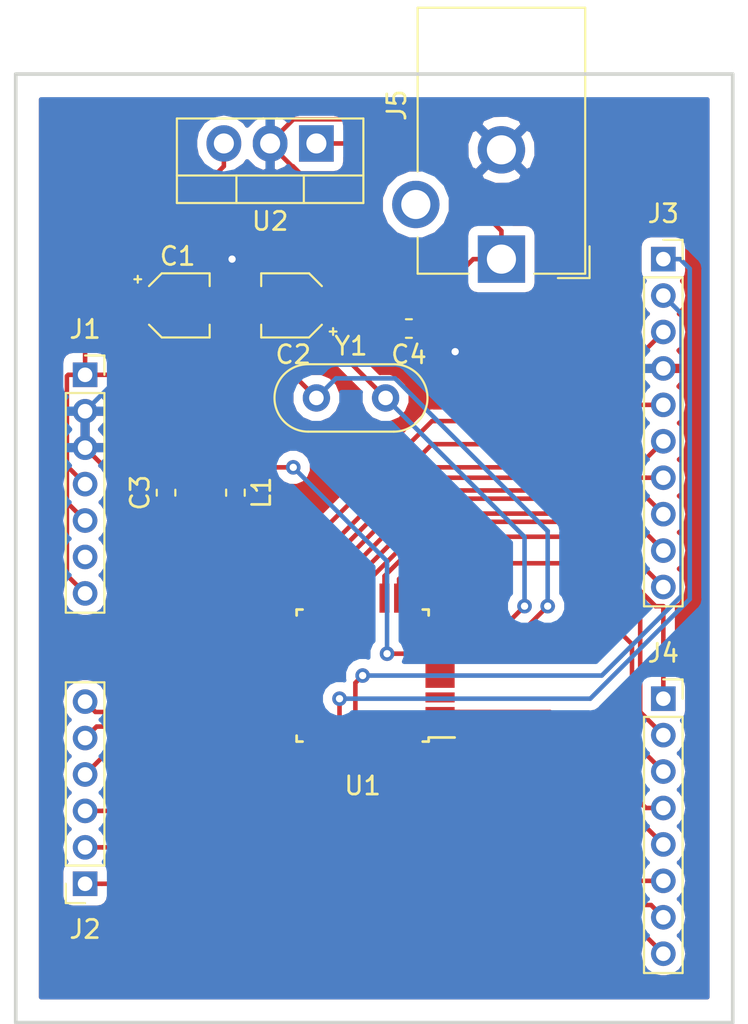
<source format=kicad_pcb>
(kicad_pcb (version 20171130) (host pcbnew "(5.0.0)")

  (general
    (thickness 1.6)
    (drawings 4)
    (tracks 206)
    (zones 0)
    (modules 13)
    (nets 32)
  )

  (page A4)
  (layers
    (0 F.Cu signal)
    (31 B.Cu signal)
    (32 B.Adhes user)
    (33 F.Adhes user)
    (34 B.Paste user)
    (35 F.Paste user)
    (36 B.SilkS user)
    (37 F.SilkS user)
    (38 B.Mask user)
    (39 F.Mask user)
    (40 Dwgs.User user)
    (41 Cmts.User user)
    (42 Eco1.User user)
    (43 Eco2.User user)
    (44 Edge.Cuts user)
    (45 Margin user)
    (46 B.CrtYd user)
    (47 F.CrtYd user)
    (48 B.Fab user)
    (49 F.Fab user)
  )

  (setup
    (last_trace_width 0.25)
    (trace_clearance 0.2)
    (zone_clearance 0.508)
    (zone_45_only no)
    (trace_min 0.2)
    (segment_width 0.2)
    (edge_width 0.15)
    (via_size 0.8)
    (via_drill 0.4)
    (via_min_size 0.4)
    (via_min_drill 0.3)
    (uvia_size 0.3)
    (uvia_drill 0.1)
    (uvias_allowed no)
    (uvia_min_size 0.2)
    (uvia_min_drill 0.1)
    (pcb_text_width 0.3)
    (pcb_text_size 1.5 1.5)
    (mod_edge_width 0.15)
    (mod_text_size 1 1)
    (mod_text_width 0.15)
    (pad_size 1.35 1.35)
    (pad_drill 0.8)
    (pad_to_mask_clearance 0.2)
    (aux_axis_origin 0 0)
    (visible_elements FFFFFF7F)
    (pcbplotparams
      (layerselection 0x010fc_ffffffff)
      (usegerberextensions false)
      (usegerberattributes false)
      (usegerberadvancedattributes false)
      (creategerberjobfile false)
      (excludeedgelayer true)
      (linewidth 0.100000)
      (plotframeref false)
      (viasonmask false)
      (mode 1)
      (useauxorigin false)
      (hpglpennumber 1)
      (hpglpenspeed 20)
      (hpglpendiameter 15.000000)
      (psnegative false)
      (psa4output false)
      (plotreference true)
      (plotvalue true)
      (plotinvisibletext false)
      (padsonsilk false)
      (subtractmaskfromsilk false)
      (outputformat 1)
      (mirror false)
      (drillshape 1)
      (scaleselection 1)
      (outputdirectory ""))
  )

  (net 0 "")
  (net 1 XTAL1)
  (net 2 GND)
  (net 3 XTAL2)
  (net 4 AREF)
  (net 5 "Net-(C4-Pad1)")
  (net 6 VCC)
  (net 7 RES)
  (net 8 A5)
  (net 9 A4)
  (net 10 A3)
  (net 11 A2)
  (net 12 A1)
  (net 13 A0)
  (net 14 D13)
  (net 15 D12)
  (net 16 D11)
  (net 17 D10)
  (net 18 D9)
  (net 19 D8)
  (net 20 D7)
  (net 21 D6)
  (net 22 D5)
  (net 23 D4)
  (net 24 D3)
  (net 25 D2)
  (net 26 D1)
  (net 27 D0)
  (net 28 "Net-(J5-Pad3)")
  (net 29 ADC6)
  (net 30 ADC7)
  (net 31 RESET)

  (net_class Default "This is the default net class."
    (clearance 0.2)
    (trace_width 0.25)
    (via_dia 0.8)
    (via_drill 0.4)
    (uvia_dia 0.3)
    (uvia_drill 0.1)
    (add_net A0)
    (add_net A1)
    (add_net A2)
    (add_net A3)
    (add_net A4)
    (add_net A5)
    (add_net ADC6)
    (add_net ADC7)
    (add_net AREF)
    (add_net D0)
    (add_net D1)
    (add_net D10)
    (add_net D11)
    (add_net D12)
    (add_net D13)
    (add_net D2)
    (add_net D3)
    (add_net D4)
    (add_net D5)
    (add_net D6)
    (add_net D7)
    (add_net D8)
    (add_net D9)
    (add_net GND)
    (add_net "Net-(C4-Pad1)")
    (add_net "Net-(J5-Pad3)")
    (add_net RES)
    (add_net RESET)
    (add_net VCC)
    (add_net XTAL1)
    (add_net XTAL2)
  )

  (module Capacitor_SMD:CP_Elec_3x5.4 (layer F.Cu) (tedit 5A841F9D) (tstamp 5C03E9B4)
    (at 163.83 67.31)
    (descr "SMT capacitor, aluminium electrolytic, 3x5.4, Nichicon ")
    (tags "Capacitor Electrolytic")
    (path /5BF667D8)
    (attr smd)
    (fp_text reference C1 (at 0 -2.7) (layer F.SilkS)
      (effects (font (size 1 1) (thickness 0.15)))
    )
    (fp_text value CP1 (at 0 2.7) (layer F.Fab)
      (effects (font (size 1 1) (thickness 0.15)))
    )
    (fp_circle (center 0 0) (end 1.5 0) (layer F.Fab) (width 0.1))
    (fp_line (start 1.65 -1.65) (end 1.65 1.65) (layer F.Fab) (width 0.1))
    (fp_line (start -0.825 -1.65) (end 1.65 -1.65) (layer F.Fab) (width 0.1))
    (fp_line (start -0.825 1.65) (end 1.65 1.65) (layer F.Fab) (width 0.1))
    (fp_line (start -1.65 -0.825) (end -1.65 0.825) (layer F.Fab) (width 0.1))
    (fp_line (start -1.65 -0.825) (end -0.825 -1.65) (layer F.Fab) (width 0.1))
    (fp_line (start -1.65 0.825) (end -0.825 1.65) (layer F.Fab) (width 0.1))
    (fp_line (start -1.110469 -0.8) (end -0.810469 -0.8) (layer F.Fab) (width 0.1))
    (fp_line (start -0.960469 -0.95) (end -0.960469 -0.65) (layer F.Fab) (width 0.1))
    (fp_line (start 1.76 1.76) (end 1.76 1.06) (layer F.SilkS) (width 0.12))
    (fp_line (start 1.76 -1.76) (end 1.76 -1.06) (layer F.SilkS) (width 0.12))
    (fp_line (start -0.870563 -1.76) (end 1.76 -1.76) (layer F.SilkS) (width 0.12))
    (fp_line (start -0.870563 1.76) (end 1.76 1.76) (layer F.SilkS) (width 0.12))
    (fp_line (start -1.570563 -1.06) (end -0.870563 -1.76) (layer F.SilkS) (width 0.12))
    (fp_line (start -1.570563 1.06) (end -0.870563 1.76) (layer F.SilkS) (width 0.12))
    (fp_line (start -2.375 -1.435) (end -2 -1.435) (layer F.SilkS) (width 0.12))
    (fp_line (start -2.1875 -1.6225) (end -2.1875 -1.2475) (layer F.SilkS) (width 0.12))
    (fp_line (start 1.9 -1.9) (end 1.9 -1.05) (layer F.CrtYd) (width 0.05))
    (fp_line (start 1.9 -1.05) (end 2.85 -1.05) (layer F.CrtYd) (width 0.05))
    (fp_line (start 2.85 -1.05) (end 2.85 1.05) (layer F.CrtYd) (width 0.05))
    (fp_line (start 2.85 1.05) (end 1.9 1.05) (layer F.CrtYd) (width 0.05))
    (fp_line (start 1.9 1.05) (end 1.9 1.9) (layer F.CrtYd) (width 0.05))
    (fp_line (start -0.93 1.9) (end 1.9 1.9) (layer F.CrtYd) (width 0.05))
    (fp_line (start -0.93 -1.9) (end 1.9 -1.9) (layer F.CrtYd) (width 0.05))
    (fp_line (start -1.78 1.05) (end -0.93 1.9) (layer F.CrtYd) (width 0.05))
    (fp_line (start -1.78 -1.05) (end -0.93 -1.9) (layer F.CrtYd) (width 0.05))
    (fp_line (start -1.78 -1.05) (end -2.85 -1.05) (layer F.CrtYd) (width 0.05))
    (fp_line (start -2.85 -1.05) (end -2.85 1.05) (layer F.CrtYd) (width 0.05))
    (fp_line (start -2.85 1.05) (end -1.78 1.05) (layer F.CrtYd) (width 0.05))
    (fp_text user %R (at 0 0) (layer F.Fab)
      (effects (font (size 0.6 0.6) (thickness 0.09)))
    )
    (pad 1 smd rect (at -1.5 0) (size 2.2 1.6) (layers F.Cu F.Paste F.Mask)
      (net 1 XTAL1))
    (pad 2 smd rect (at 1.5 0) (size 2.2 1.6) (layers F.Cu F.Paste F.Mask)
      (net 2 GND))
    (model ${KISYS3DMOD}/Capacitor_SMD.3dshapes/CP_Elec_3x5.4.wrl
      (at (xyz 0 0 0))
      (scale (xyz 1 1 1))
      (rotate (xyz 0 0 0))
    )
  )

  (module Capacitor_SMD:CP_Elec_3x5.4 (layer F.Cu) (tedit 5A841F9D) (tstamp 5C03E9D8)
    (at 170.18 67.31 180)
    (descr "SMT capacitor, aluminium electrolytic, 3x5.4, Nichicon ")
    (tags "Capacitor Electrolytic")
    (path /5BF6682C)
    (attr smd)
    (fp_text reference C2 (at 0 -2.7 180) (layer F.SilkS)
      (effects (font (size 1 1) (thickness 0.15)))
    )
    (fp_text value CP1 (at 0 2.7 180) (layer F.Fab)
      (effects (font (size 1 1) (thickness 0.15)))
    )
    (fp_text user %R (at 0 0 180) (layer F.Fab)
      (effects (font (size 0.6 0.6) (thickness 0.09)))
    )
    (fp_line (start -2.85 1.05) (end -1.78 1.05) (layer F.CrtYd) (width 0.05))
    (fp_line (start -2.85 -1.05) (end -2.85 1.05) (layer F.CrtYd) (width 0.05))
    (fp_line (start -1.78 -1.05) (end -2.85 -1.05) (layer F.CrtYd) (width 0.05))
    (fp_line (start -1.78 -1.05) (end -0.93 -1.9) (layer F.CrtYd) (width 0.05))
    (fp_line (start -1.78 1.05) (end -0.93 1.9) (layer F.CrtYd) (width 0.05))
    (fp_line (start -0.93 -1.9) (end 1.9 -1.9) (layer F.CrtYd) (width 0.05))
    (fp_line (start -0.93 1.9) (end 1.9 1.9) (layer F.CrtYd) (width 0.05))
    (fp_line (start 1.9 1.05) (end 1.9 1.9) (layer F.CrtYd) (width 0.05))
    (fp_line (start 2.85 1.05) (end 1.9 1.05) (layer F.CrtYd) (width 0.05))
    (fp_line (start 2.85 -1.05) (end 2.85 1.05) (layer F.CrtYd) (width 0.05))
    (fp_line (start 1.9 -1.05) (end 2.85 -1.05) (layer F.CrtYd) (width 0.05))
    (fp_line (start 1.9 -1.9) (end 1.9 -1.05) (layer F.CrtYd) (width 0.05))
    (fp_line (start -2.1875 -1.6225) (end -2.1875 -1.2475) (layer F.SilkS) (width 0.12))
    (fp_line (start -2.375 -1.435) (end -2 -1.435) (layer F.SilkS) (width 0.12))
    (fp_line (start -1.570563 1.06) (end -0.870563 1.76) (layer F.SilkS) (width 0.12))
    (fp_line (start -1.570563 -1.06) (end -0.870563 -1.76) (layer F.SilkS) (width 0.12))
    (fp_line (start -0.870563 1.76) (end 1.76 1.76) (layer F.SilkS) (width 0.12))
    (fp_line (start -0.870563 -1.76) (end 1.76 -1.76) (layer F.SilkS) (width 0.12))
    (fp_line (start 1.76 -1.76) (end 1.76 -1.06) (layer F.SilkS) (width 0.12))
    (fp_line (start 1.76 1.76) (end 1.76 1.06) (layer F.SilkS) (width 0.12))
    (fp_line (start -0.960469 -0.95) (end -0.960469 -0.65) (layer F.Fab) (width 0.1))
    (fp_line (start -1.110469 -0.8) (end -0.810469 -0.8) (layer F.Fab) (width 0.1))
    (fp_line (start -1.65 0.825) (end -0.825 1.65) (layer F.Fab) (width 0.1))
    (fp_line (start -1.65 -0.825) (end -0.825 -1.65) (layer F.Fab) (width 0.1))
    (fp_line (start -1.65 -0.825) (end -1.65 0.825) (layer F.Fab) (width 0.1))
    (fp_line (start -0.825 1.65) (end 1.65 1.65) (layer F.Fab) (width 0.1))
    (fp_line (start -0.825 -1.65) (end 1.65 -1.65) (layer F.Fab) (width 0.1))
    (fp_line (start 1.65 -1.65) (end 1.65 1.65) (layer F.Fab) (width 0.1))
    (fp_circle (center 0 0) (end 1.5 0) (layer F.Fab) (width 0.1))
    (pad 2 smd rect (at 1.5 0 180) (size 2.2 1.6) (layers F.Cu F.Paste F.Mask)
      (net 2 GND))
    (pad 1 smd rect (at -1.5 0 180) (size 2.2 1.6) (layers F.Cu F.Paste F.Mask)
      (net 3 XTAL2))
    (model ${KISYS3DMOD}/Capacitor_SMD.3dshapes/CP_Elec_3x5.4.wrl
      (at (xyz 0 0 0))
      (scale (xyz 1 1 1))
      (rotate (xyz 0 0 0))
    )
  )

  (module Capacitor_SMD:C_0603_1608Metric (layer F.Cu) (tedit 5B301BBE) (tstamp 5C03E9E9)
    (at 163.194543 77.591609 90)
    (descr "Capacitor SMD 0603 (1608 Metric), square (rectangular) end terminal, IPC_7351 nominal, (Body size source: http://www.tortai-tech.com/upload/download/2011102023233369053.pdf), generated with kicad-footprint-generator")
    (tags capacitor)
    (path /5BF660F2)
    (attr smd)
    (fp_text reference C3 (at 0 -1.43 90) (layer F.SilkS)
      (effects (font (size 1 1) (thickness 0.15)))
    )
    (fp_text value 1uF (at 0 1.43 90) (layer F.Fab)
      (effects (font (size 1 1) (thickness 0.15)))
    )
    (fp_line (start -0.8 0.4) (end -0.8 -0.4) (layer F.Fab) (width 0.1))
    (fp_line (start -0.8 -0.4) (end 0.8 -0.4) (layer F.Fab) (width 0.1))
    (fp_line (start 0.8 -0.4) (end 0.8 0.4) (layer F.Fab) (width 0.1))
    (fp_line (start 0.8 0.4) (end -0.8 0.4) (layer F.Fab) (width 0.1))
    (fp_line (start -0.162779 -0.51) (end 0.162779 -0.51) (layer F.SilkS) (width 0.12))
    (fp_line (start -0.162779 0.51) (end 0.162779 0.51) (layer F.SilkS) (width 0.12))
    (fp_line (start -1.48 0.73) (end -1.48 -0.73) (layer F.CrtYd) (width 0.05))
    (fp_line (start -1.48 -0.73) (end 1.48 -0.73) (layer F.CrtYd) (width 0.05))
    (fp_line (start 1.48 -0.73) (end 1.48 0.73) (layer F.CrtYd) (width 0.05))
    (fp_line (start 1.48 0.73) (end -1.48 0.73) (layer F.CrtYd) (width 0.05))
    (fp_text user %R (at 0 0 90) (layer F.Fab)
      (effects (font (size 0.4 0.4) (thickness 0.06)))
    )
    (pad 1 smd roundrect (at -0.7875 0 90) (size 0.875 0.95) (layers F.Cu F.Paste F.Mask) (roundrect_rratio 0.25)
      (net 4 AREF))
    (pad 2 smd roundrect (at 0.7875 0 90) (size 0.875 0.95) (layers F.Cu F.Paste F.Mask) (roundrect_rratio 0.25)
      (net 2 GND))
    (model ${KISYS3DMOD}/Capacitor_SMD.3dshapes/C_0603_1608Metric.wrl
      (at (xyz 0 0 0))
      (scale (xyz 1 1 1))
      (rotate (xyz 0 0 0))
    )
  )

  (module Capacitor_SMD:C_0603_1608Metric (layer F.Cu) (tedit 5B301BBE) (tstamp 5C03FC9F)
    (at 176.53 68.58 180)
    (descr "Capacitor SMD 0603 (1608 Metric), square (rectangular) end terminal, IPC_7351 nominal, (Body size source: http://www.tortai-tech.com/upload/download/2011102023233369053.pdf), generated with kicad-footprint-generator")
    (tags capacitor)
    (path /5BF684CA)
    (attr smd)
    (fp_text reference C4 (at 0 -1.43 180) (layer F.SilkS)
      (effects (font (size 1 1) (thickness 0.15)))
    )
    (fp_text value 0.1uF (at 0 1.43 180) (layer F.Fab)
      (effects (font (size 1 1) (thickness 0.15)))
    )
    (fp_text user %R (at 0 0 180) (layer F.Fab)
      (effects (font (size 0.4 0.4) (thickness 0.06)))
    )
    (fp_line (start 1.48 0.73) (end -1.48 0.73) (layer F.CrtYd) (width 0.05))
    (fp_line (start 1.48 -0.73) (end 1.48 0.73) (layer F.CrtYd) (width 0.05))
    (fp_line (start -1.48 -0.73) (end 1.48 -0.73) (layer F.CrtYd) (width 0.05))
    (fp_line (start -1.48 0.73) (end -1.48 -0.73) (layer F.CrtYd) (width 0.05))
    (fp_line (start -0.162779 0.51) (end 0.162779 0.51) (layer F.SilkS) (width 0.12))
    (fp_line (start -0.162779 -0.51) (end 0.162779 -0.51) (layer F.SilkS) (width 0.12))
    (fp_line (start 0.8 0.4) (end -0.8 0.4) (layer F.Fab) (width 0.1))
    (fp_line (start 0.8 -0.4) (end 0.8 0.4) (layer F.Fab) (width 0.1))
    (fp_line (start -0.8 -0.4) (end 0.8 -0.4) (layer F.Fab) (width 0.1))
    (fp_line (start -0.8 0.4) (end -0.8 -0.4) (layer F.Fab) (width 0.1))
    (pad 2 smd roundrect (at 0.7875 0 180) (size 0.875 0.95) (layers F.Cu F.Paste F.Mask) (roundrect_rratio 0.25)
      (net 2 GND))
    (pad 1 smd roundrect (at -0.7875 0 180) (size 0.875 0.95) (layers F.Cu F.Paste F.Mask) (roundrect_rratio 0.25)
      (net 5 "Net-(C4-Pad1)"))
    (model ${KISYS3DMOD}/Capacitor_SMD.3dshapes/C_0603_1608Metric.wrl
      (at (xyz 0 0 0))
      (scale (xyz 1 1 1))
      (rotate (xyz 0 0 0))
    )
  )

  (module Connector_PinSocket_2.00mm:PinSocket_1x07_P2.00mm_Vertical (layer F.Cu) (tedit 5BF75B52) (tstamp 5C03EA15)
    (at 158.75 71.12)
    (descr "Through hole straight socket strip, 1x07, 2.00mm pitch, single row (from Kicad 4.0.7), script generated")
    (tags "Through hole socket strip THT 1x07 2.00mm single row")
    (path /5BF7B08A)
    (fp_text reference J1 (at 0 -2.5) (layer F.SilkS)
      (effects (font (size 1 1) (thickness 0.15)))
    )
    (fp_text value Conn_01x07 (at 0 14.5) (layer F.Fab)
      (effects (font (size 1 1) (thickness 0.15)))
    )
    (fp_line (start -1 -1) (end 0.5 -1) (layer F.Fab) (width 0.1))
    (fp_line (start 0.5 -1) (end 1 -0.5) (layer F.Fab) (width 0.1))
    (fp_line (start 1 -0.5) (end 1 13) (layer F.Fab) (width 0.1))
    (fp_line (start 1 13) (end -1 13) (layer F.Fab) (width 0.1))
    (fp_line (start -1 13) (end -1 -1) (layer F.Fab) (width 0.1))
    (fp_line (start -1.06 1) (end 1.06 1) (layer F.SilkS) (width 0.12))
    (fp_line (start -1.06 1) (end -1.06 13.06) (layer F.SilkS) (width 0.12))
    (fp_line (start -1.06 13.06) (end 1.06 13.06) (layer F.SilkS) (width 0.12))
    (fp_line (start 1.06 1) (end 1.06 13.06) (layer F.SilkS) (width 0.12))
    (fp_line (start 1.06 -1.06) (end 1.06 0) (layer F.SilkS) (width 0.12))
    (fp_line (start 0 -1.06) (end 1.06 -1.06) (layer F.SilkS) (width 0.12))
    (fp_line (start -1.5 -1.5) (end 1.5 -1.5) (layer F.CrtYd) (width 0.05))
    (fp_line (start 1.5 -1.5) (end 1.5 13.5) (layer F.CrtYd) (width 0.05))
    (fp_line (start 1.5 13.5) (end -1.5 13.5) (layer F.CrtYd) (width 0.05))
    (fp_line (start -1.5 13.5) (end -1.5 -1.5) (layer F.CrtYd) (width 0.05))
    (fp_text user %R (at 0 6 90) (layer F.Fab)
      (effects (font (size 1 1) (thickness 0.15)))
    )
    (pad 1 thru_hole rect (at 0 0) (size 1.35 1.35) (drill 0.8) (layers *.Cu *.Mask)
      (net 6 VCC))
    (pad 2 thru_hole oval (at 0 2) (size 1.35 1.35) (drill 0.8) (layers *.Cu *.Mask)
      (net 2 GND))
    (pad 3 thru_hole oval (at 0 4) (size 1.35 1.35) (drill 0.8) (layers *.Cu *.Mask)
      (net 2 GND))
    (pad 4 thru_hole oval (at 0 6) (size 1.35 1.35) (drill 0.8) (layers *.Cu *.Mask)
      (net 6 VCC))
    (pad VCC thru_hole oval (at 0 8) (size 1.35 1.35) (drill 0.8) (layers *.Cu *.Mask)
      (net 6 VCC))
    (pad 6 thru_hole oval (at 0 10) (size 1.35 1.35) (drill 0.8) (layers *.Cu *.Mask)
      (net 7 RES))
    (pad 7 thru_hole oval (at 0 12) (size 1.35 1.35) (drill 0.8) (layers *.Cu *.Mask)
      (net 6 VCC))
    (model ${KISYS3DMOD}/Connector_PinSocket_2.00mm.3dshapes/PinSocket_1x07_P2.00mm_Vertical.wrl
      (at (xyz 0 0 0))
      (scale (xyz 1 1 1))
      (rotate (xyz 0 0 0))
    )
  )

  (module Connector_PinSocket_2.00mm:PinSocket_1x06_P2.00mm_Vertical (layer F.Cu) (tedit 5A19A421) (tstamp 5C03EA2F)
    (at 158.75 99.06 180)
    (descr "Through hole straight socket strip, 1x06, 2.00mm pitch, single row (from Kicad 4.0.7), script generated")
    (tags "Through hole socket strip THT 1x06 2.00mm single row")
    (path /5BF7B122)
    (fp_text reference J2 (at 0 -2.5 180) (layer F.SilkS)
      (effects (font (size 1 1) (thickness 0.15)))
    )
    (fp_text value Conn_01x06 (at 0 12.5 180) (layer F.Fab)
      (effects (font (size 1 1) (thickness 0.15)))
    )
    (fp_line (start -1 -1) (end 0.5 -1) (layer F.Fab) (width 0.1))
    (fp_line (start 0.5 -1) (end 1 -0.5) (layer F.Fab) (width 0.1))
    (fp_line (start 1 -0.5) (end 1 11) (layer F.Fab) (width 0.1))
    (fp_line (start 1 11) (end -1 11) (layer F.Fab) (width 0.1))
    (fp_line (start -1 11) (end -1 -1) (layer F.Fab) (width 0.1))
    (fp_line (start -1.06 1) (end 1.06 1) (layer F.SilkS) (width 0.12))
    (fp_line (start -1.06 1) (end -1.06 11.06) (layer F.SilkS) (width 0.12))
    (fp_line (start -1.06 11.06) (end 1.06 11.06) (layer F.SilkS) (width 0.12))
    (fp_line (start 1.06 1) (end 1.06 11.06) (layer F.SilkS) (width 0.12))
    (fp_line (start 1.06 -1.06) (end 1.06 0) (layer F.SilkS) (width 0.12))
    (fp_line (start 0 -1.06) (end 1.06 -1.06) (layer F.SilkS) (width 0.12))
    (fp_line (start -1.5 -1.5) (end 1.5 -1.5) (layer F.CrtYd) (width 0.05))
    (fp_line (start 1.5 -1.5) (end 1.5 11.5) (layer F.CrtYd) (width 0.05))
    (fp_line (start 1.5 11.5) (end -1.5 11.5) (layer F.CrtYd) (width 0.05))
    (fp_line (start -1.5 11.5) (end -1.5 -1.5) (layer F.CrtYd) (width 0.05))
    (fp_text user %R (at 0 5 270) (layer F.Fab)
      (effects (font (size 1 1) (thickness 0.15)))
    )
    (pad 1 thru_hole rect (at 0 0 180) (size 1.35 1.35) (drill 0.8) (layers *.Cu *.Mask)
      (net 8 A5))
    (pad 2 thru_hole oval (at 0 2 180) (size 1.35 1.35) (drill 0.8) (layers *.Cu *.Mask)
      (net 9 A4))
    (pad 3 thru_hole oval (at 0 4 180) (size 1.35 1.35) (drill 0.8) (layers *.Cu *.Mask)
      (net 10 A3))
    (pad 4 thru_hole oval (at 0 6 180) (size 1.35 1.35) (drill 0.8) (layers *.Cu *.Mask)
      (net 11 A2))
    (pad 5 thru_hole oval (at 0 8 180) (size 1.35 1.35) (drill 0.8) (layers *.Cu *.Mask)
      (net 12 A1))
    (pad 6 thru_hole oval (at 0 10 180) (size 1.35 1.35) (drill 0.8) (layers *.Cu *.Mask)
      (net 13 A0))
    (model ${KISYS3DMOD}/Connector_PinSocket_2.00mm.3dshapes/PinSocket_1x06_P2.00mm_Vertical.wrl
      (at (xyz 0 0 0))
      (scale (xyz 1 1 1))
      (rotate (xyz 0 0 0))
    )
  )

  (module Connector_PinSocket_2.00mm:PinSocket_1x10_P2.00mm_Vertical (layer F.Cu) (tedit 5A19A430) (tstamp 5C03F07A)
    (at 190.5 64.77)
    (descr "Through hole straight socket strip, 1x10, 2.00mm pitch, single row (from Kicad 4.0.7), script generated")
    (tags "Through hole socket strip THT 1x10 2.00mm single row")
    (path /5BF7A4F0)
    (fp_text reference J3 (at 0 -2.5) (layer F.SilkS)
      (effects (font (size 1 1) (thickness 0.15)))
    )
    (fp_text value Conn_01x10 (at 0 20.5) (layer F.Fab)
      (effects (font (size 1 1) (thickness 0.15)))
    )
    (fp_line (start -1 -1) (end 0.5 -1) (layer F.Fab) (width 0.1))
    (fp_line (start 0.5 -1) (end 1 -0.5) (layer F.Fab) (width 0.1))
    (fp_line (start 1 -0.5) (end 1 19) (layer F.Fab) (width 0.1))
    (fp_line (start 1 19) (end -1 19) (layer F.Fab) (width 0.1))
    (fp_line (start -1 19) (end -1 -1) (layer F.Fab) (width 0.1))
    (fp_line (start -1.06 1) (end 1.06 1) (layer F.SilkS) (width 0.12))
    (fp_line (start -1.06 1) (end -1.06 19.06) (layer F.SilkS) (width 0.12))
    (fp_line (start -1.06 19.06) (end 1.06 19.06) (layer F.SilkS) (width 0.12))
    (fp_line (start 1.06 1) (end 1.06 19.06) (layer F.SilkS) (width 0.12))
    (fp_line (start 1.06 -1.06) (end 1.06 0) (layer F.SilkS) (width 0.12))
    (fp_line (start 0 -1.06) (end 1.06 -1.06) (layer F.SilkS) (width 0.12))
    (fp_line (start -1.5 -1.5) (end 1.5 -1.5) (layer F.CrtYd) (width 0.05))
    (fp_line (start 1.5 -1.5) (end 1.5 19.5) (layer F.CrtYd) (width 0.05))
    (fp_line (start 1.5 19.5) (end -1.5 19.5) (layer F.CrtYd) (width 0.05))
    (fp_line (start -1.5 19.5) (end -1.5 -1.5) (layer F.CrtYd) (width 0.05))
    (fp_text user %R (at 0 9 90) (layer F.Fab)
      (effects (font (size 1 1) (thickness 0.15)))
    )
    (pad 1 thru_hole rect (at 0 0) (size 1.35 1.35) (drill 0.8) (layers *.Cu *.Mask)
      (net 9 A4))
    (pad 2 thru_hole oval (at 0 2) (size 1.35 1.35) (drill 0.8) (layers *.Cu *.Mask)
      (net 8 A5))
    (pad 3 thru_hole oval (at 0 4) (size 1.35 1.35) (drill 0.8) (layers *.Cu *.Mask)
      (net 4 AREF))
    (pad 4 thru_hole oval (at 0 6) (size 1.35 1.35) (drill 0.8) (layers *.Cu *.Mask)
      (net 2 GND))
    (pad 5 thru_hole oval (at 0 8) (size 1.35 1.35) (drill 0.8) (layers *.Cu *.Mask)
      (net 14 D13))
    (pad 6 thru_hole oval (at 0 10) (size 1.35 1.35) (drill 0.8) (layers *.Cu *.Mask)
      (net 15 D12))
    (pad 7 thru_hole oval (at 0 12) (size 1.35 1.35) (drill 0.8) (layers *.Cu *.Mask)
      (net 16 D11))
    (pad 8 thru_hole oval (at 0 14) (size 1.35 1.35) (drill 0.8) (layers *.Cu *.Mask)
      (net 17 D10))
    (pad 9 thru_hole oval (at 0 16) (size 1.35 1.35) (drill 0.8) (layers *.Cu *.Mask)
      (net 18 D9))
    (pad 10 thru_hole oval (at 0 18) (size 1.35 1.35) (drill 0.8) (layers *.Cu *.Mask)
      (net 19 D8))
    (model ${KISYS3DMOD}/Connector_PinSocket_2.00mm.3dshapes/PinSocket_1x10_P2.00mm_Vertical.wrl
      (at (xyz 0 0 0))
      (scale (xyz 1 1 1))
      (rotate (xyz 0 0 0))
    )
  )

  (module Connector_PinSocket_2.00mm:PinSocket_1x08_P2.00mm_Vertical (layer F.Cu) (tedit 5A19A41C) (tstamp 5C03EA69)
    (at 190.5 88.9)
    (descr "Through hole straight socket strip, 1x08, 2.00mm pitch, single row (from Kicad 4.0.7), script generated")
    (tags "Through hole socket strip THT 1x08 2.00mm single row")
    (path /5BF7B31E)
    (fp_text reference J4 (at 0 -2.5) (layer F.SilkS)
      (effects (font (size 1 1) (thickness 0.15)))
    )
    (fp_text value Conn_01x08 (at 0 16.5) (layer F.Fab)
      (effects (font (size 1 1) (thickness 0.15)))
    )
    (fp_line (start -1 -1) (end 0.5 -1) (layer F.Fab) (width 0.1))
    (fp_line (start 0.5 -1) (end 1 -0.5) (layer F.Fab) (width 0.1))
    (fp_line (start 1 -0.5) (end 1 15) (layer F.Fab) (width 0.1))
    (fp_line (start 1 15) (end -1 15) (layer F.Fab) (width 0.1))
    (fp_line (start -1 15) (end -1 -1) (layer F.Fab) (width 0.1))
    (fp_line (start -1.06 1) (end 1.06 1) (layer F.SilkS) (width 0.12))
    (fp_line (start -1.06 1) (end -1.06 15.06) (layer F.SilkS) (width 0.12))
    (fp_line (start -1.06 15.06) (end 1.06 15.06) (layer F.SilkS) (width 0.12))
    (fp_line (start 1.06 1) (end 1.06 15.06) (layer F.SilkS) (width 0.12))
    (fp_line (start 1.06 -1.06) (end 1.06 0) (layer F.SilkS) (width 0.12))
    (fp_line (start 0 -1.06) (end 1.06 -1.06) (layer F.SilkS) (width 0.12))
    (fp_line (start -1.5 -1.5) (end 1.5 -1.5) (layer F.CrtYd) (width 0.05))
    (fp_line (start 1.5 -1.5) (end 1.5 15.5) (layer F.CrtYd) (width 0.05))
    (fp_line (start 1.5 15.5) (end -1.5 15.5) (layer F.CrtYd) (width 0.05))
    (fp_line (start -1.5 15.5) (end -1.5 -1.5) (layer F.CrtYd) (width 0.05))
    (fp_text user %R (at 0 7 90) (layer F.Fab)
      (effects (font (size 1 1) (thickness 0.15)))
    )
    (pad 1 thru_hole rect (at 0 0) (size 1.35 1.35) (drill 0.8) (layers *.Cu *.Mask)
      (net 20 D7))
    (pad 2 thru_hole oval (at 0 2) (size 1.35 1.35) (drill 0.8) (layers *.Cu *.Mask)
      (net 21 D6))
    (pad 3 thru_hole oval (at 0 4) (size 1.35 1.35) (drill 0.8) (layers *.Cu *.Mask)
      (net 22 D5))
    (pad 4 thru_hole oval (at 0 6) (size 1.35 1.35) (drill 0.8) (layers *.Cu *.Mask)
      (net 23 D4))
    (pad 5 thru_hole oval (at 0 8) (size 1.35 1.35) (drill 0.8) (layers *.Cu *.Mask)
      (net 24 D3))
    (pad 6 thru_hole oval (at 0 10) (size 1.35 1.35) (drill 0.8) (layers *.Cu *.Mask)
      (net 25 D2))
    (pad 7 thru_hole oval (at 0 12) (size 1.35 1.35) (drill 0.8) (layers *.Cu *.Mask)
      (net 26 D1))
    (pad 8 thru_hole oval (at 0 14) (size 1.35 1.35) (drill 0.8) (layers *.Cu *.Mask)
      (net 27 D0))
    (model ${KISYS3DMOD}/Connector_PinSocket_2.00mm.3dshapes/PinSocket_1x08_P2.00mm_Vertical.wrl
      (at (xyz 0 0 0))
      (scale (xyz 1 1 1))
      (rotate (xyz 0 0 0))
    )
  )

  (module Connector_BarrelJack:BarrelJack_CUI_PJ-102AH_Horizontal (layer F.Cu) (tedit 5A1DBF38) (tstamp 5C03EA8B)
    (at 181.61 64.77 180)
    (descr "Thin-pin DC Barrel Jack, https://cdn-shop.adafruit.com/datasheets/21mmdcjackDatasheet.pdf")
    (tags "Power Jack")
    (path /5BF67AA3)
    (fp_text reference J5 (at 5.75 8.45 270) (layer F.SilkS)
      (effects (font (size 1 1) (thickness 0.15)))
    )
    (fp_text value POWER_Barrel (at -5.5 6.2 270) (layer F.Fab)
      (effects (font (size 1 1) (thickness 0.15)))
    )
    (fp_text user %R (at 0 6.5 180) (layer F.Fab)
      (effects (font (size 1 1) (thickness 0.15)))
    )
    (fp_line (start 1.8 -1.8) (end 1.8 -1.2) (layer F.CrtYd) (width 0.05))
    (fp_line (start 1.8 -1.2) (end 5 -1.2) (layer F.CrtYd) (width 0.05))
    (fp_line (start 5 -1.2) (end 5 1.2) (layer F.CrtYd) (width 0.05))
    (fp_line (start 5 1.2) (end 6.5 1.2) (layer F.CrtYd) (width 0.05))
    (fp_line (start 6.5 1.2) (end 6.5 4.8) (layer F.CrtYd) (width 0.05))
    (fp_line (start 6.5 4.8) (end 5 4.8) (layer F.CrtYd) (width 0.05))
    (fp_line (start 5 4.8) (end 5 14.2) (layer F.CrtYd) (width 0.05))
    (fp_line (start 5 14.2) (end -5 14.2) (layer F.CrtYd) (width 0.05))
    (fp_line (start -5 14.2) (end -5 -1.2) (layer F.CrtYd) (width 0.05))
    (fp_line (start -5 -1.2) (end -1.8 -1.2) (layer F.CrtYd) (width 0.05))
    (fp_line (start -1.8 -1.2) (end -1.8 -1.8) (layer F.CrtYd) (width 0.05))
    (fp_line (start -1.8 -1.8) (end 1.8 -1.8) (layer F.CrtYd) (width 0.05))
    (fp_line (start 4.6 4.8) (end 4.6 13.8) (layer F.SilkS) (width 0.12))
    (fp_line (start 4.6 13.8) (end -4.6 13.8) (layer F.SilkS) (width 0.12))
    (fp_line (start -4.6 13.8) (end -4.6 -0.8) (layer F.SilkS) (width 0.12))
    (fp_line (start -4.6 -0.8) (end -1.8 -0.8) (layer F.SilkS) (width 0.12))
    (fp_line (start 1.8 -0.8) (end 4.6 -0.8) (layer F.SilkS) (width 0.12))
    (fp_line (start 4.6 -0.8) (end 4.6 1.2) (layer F.SilkS) (width 0.12))
    (fp_line (start -4.84 0.7) (end -4.84 -1.04) (layer F.SilkS) (width 0.12))
    (fp_line (start -4.84 -1.04) (end -3.1 -1.04) (layer F.SilkS) (width 0.12))
    (fp_line (start 4.5 -0.7) (end 4.5 13.7) (layer F.Fab) (width 0.1))
    (fp_line (start 4.5 13.7) (end -4.5 13.7) (layer F.Fab) (width 0.1))
    (fp_line (start -4.5 13.7) (end -4.5 0.3) (layer F.Fab) (width 0.1))
    (fp_line (start -4.5 0.3) (end -3.5 -0.7) (layer F.Fab) (width 0.1))
    (fp_line (start -3.5 -0.7) (end 4.5 -0.7) (layer F.Fab) (width 0.1))
    (fp_line (start -4.5 10.2) (end 4.5 10.2) (layer F.Fab) (width 0.1))
    (pad 1 thru_hole rect (at 0 0 180) (size 2.6 2.6) (drill 1.6) (layers *.Cu *.Mask)
      (net 5 "Net-(C4-Pad1)"))
    (pad 2 thru_hole circle (at 0 6 180) (size 2.6 2.6) (drill 1.6) (layers *.Cu *.Mask)
      (net 2 GND))
    (pad 3 thru_hole circle (at 4.7 3 180) (size 2.6 2.6) (drill 1.6) (layers *.Cu *.Mask)
      (net 28 "Net-(J5-Pad3)"))
    (model ${KISYS3DMOD}/Connector_BarrelJack.3dshapes/BarrelJack_CUI_PJ-102AH_Horizontal.wrl
      (at (xyz 0 0 0))
      (scale (xyz 1 1 1))
      (rotate (xyz 0 0 0))
    )
  )

  (module Inductor_SMD:L_0603_1608Metric_Pad1.05x0.95mm_HandSolder (layer F.Cu) (tedit 5B301BBE) (tstamp 5C03EA9C)
    (at 167.004543 77.591609 270)
    (descr "Capacitor SMD 0603 (1608 Metric), square (rectangular) end terminal, IPC_7351 nominal with elongated pad for handsoldering. (Body size source: http://www.tortai-tech.com/upload/download/2011102023233369053.pdf), generated with kicad-footprint-generator")
    (tags "inductor handsolder")
    (path /5BF65EEF)
    (attr smd)
    (fp_text reference L1 (at 0 -1.43 270) (layer F.SilkS)
      (effects (font (size 1 1) (thickness 0.15)))
    )
    (fp_text value L (at 0 1.43 270) (layer F.Fab)
      (effects (font (size 1 1) (thickness 0.15)))
    )
    (fp_line (start -0.8 0.4) (end -0.8 -0.4) (layer F.Fab) (width 0.1))
    (fp_line (start -0.8 -0.4) (end 0.8 -0.4) (layer F.Fab) (width 0.1))
    (fp_line (start 0.8 -0.4) (end 0.8 0.4) (layer F.Fab) (width 0.1))
    (fp_line (start 0.8 0.4) (end -0.8 0.4) (layer F.Fab) (width 0.1))
    (fp_line (start -0.171267 -0.51) (end 0.171267 -0.51) (layer F.SilkS) (width 0.12))
    (fp_line (start -0.171267 0.51) (end 0.171267 0.51) (layer F.SilkS) (width 0.12))
    (fp_line (start -1.65 0.73) (end -1.65 -0.73) (layer F.CrtYd) (width 0.05))
    (fp_line (start -1.65 -0.73) (end 1.65 -0.73) (layer F.CrtYd) (width 0.05))
    (fp_line (start 1.65 -0.73) (end 1.65 0.73) (layer F.CrtYd) (width 0.05))
    (fp_line (start 1.65 0.73) (end -1.65 0.73) (layer F.CrtYd) (width 0.05))
    (fp_text user %R (at 0 0 270) (layer F.Fab)
      (effects (font (size 0.4 0.4) (thickness 0.06)))
    )
    (pad 1 smd roundrect (at -0.875 0 270) (size 1.05 0.95) (layers F.Cu F.Paste F.Mask) (roundrect_rratio 0.25)
      (net 6 VCC))
    (pad 2 smd roundrect (at 0.875 0 270) (size 1.05 0.95) (layers F.Cu F.Paste F.Mask) (roundrect_rratio 0.25)
      (net 4 AREF))
    (model ${KISYS3DMOD}/Inductor_SMD.3dshapes/L_0603_1608Metric.wrl
      (at (xyz 0 0 0))
      (scale (xyz 1 1 1))
      (rotate (xyz 0 0 0))
    )
  )

  (module Package_QFP:TQFP-32_7x7mm_P0.8mm (layer F.Cu) (tedit 5A02F146) (tstamp 5C03EAD3)
    (at 173.99 87.63 180)
    (descr "32-Lead Plastic Thin Quad Flatpack (PT) - 7x7x1.0 mm Body, 2.00 mm [TQFP] (see Microchip Packaging Specification 00000049BS.pdf)")
    (tags "QFP 0.8")
    (path /5BF61B4E)
    (attr smd)
    (fp_text reference U1 (at 0 -6.05 180) (layer F.SilkS)
      (effects (font (size 1 1) (thickness 0.15)))
    )
    (fp_text value ATmega328P-AU (at 0 6.05 180) (layer F.Fab)
      (effects (font (size 1 1) (thickness 0.15)))
    )
    (fp_text user %R (at 0 0 180) (layer F.Fab)
      (effects (font (size 1 1) (thickness 0.15)))
    )
    (fp_line (start -2.5 -3.5) (end 3.5 -3.5) (layer F.Fab) (width 0.15))
    (fp_line (start 3.5 -3.5) (end 3.5 3.5) (layer F.Fab) (width 0.15))
    (fp_line (start 3.5 3.5) (end -3.5 3.5) (layer F.Fab) (width 0.15))
    (fp_line (start -3.5 3.5) (end -3.5 -2.5) (layer F.Fab) (width 0.15))
    (fp_line (start -3.5 -2.5) (end -2.5 -3.5) (layer F.Fab) (width 0.15))
    (fp_line (start -5.3 -5.3) (end -5.3 5.3) (layer F.CrtYd) (width 0.05))
    (fp_line (start 5.3 -5.3) (end 5.3 5.3) (layer F.CrtYd) (width 0.05))
    (fp_line (start -5.3 -5.3) (end 5.3 -5.3) (layer F.CrtYd) (width 0.05))
    (fp_line (start -5.3 5.3) (end 5.3 5.3) (layer F.CrtYd) (width 0.05))
    (fp_line (start -3.625 -3.625) (end -3.625 -3.4) (layer F.SilkS) (width 0.15))
    (fp_line (start 3.625 -3.625) (end 3.625 -3.3) (layer F.SilkS) (width 0.15))
    (fp_line (start 3.625 3.625) (end 3.625 3.3) (layer F.SilkS) (width 0.15))
    (fp_line (start -3.625 3.625) (end -3.625 3.3) (layer F.SilkS) (width 0.15))
    (fp_line (start -3.625 -3.625) (end -3.3 -3.625) (layer F.SilkS) (width 0.15))
    (fp_line (start -3.625 3.625) (end -3.3 3.625) (layer F.SilkS) (width 0.15))
    (fp_line (start 3.625 3.625) (end 3.3 3.625) (layer F.SilkS) (width 0.15))
    (fp_line (start 3.625 -3.625) (end 3.3 -3.625) (layer F.SilkS) (width 0.15))
    (fp_line (start -3.625 -3.4) (end -5.05 -3.4) (layer F.SilkS) (width 0.15))
    (pad 1 smd rect (at -4.25 -2.8 180) (size 1.6 0.55) (layers F.Cu F.Paste F.Mask)
      (net 24 D3))
    (pad 2 smd rect (at -4.25 -2 180) (size 1.6 0.55) (layers F.Cu F.Paste F.Mask)
      (net 23 D4))
    (pad 3 smd rect (at -4.25 -1.2 180) (size 1.6 0.55) (layers F.Cu F.Paste F.Mask)
      (net 2 GND))
    (pad 4 smd rect (at -4.25 -0.4 180) (size 1.6 0.55) (layers F.Cu F.Paste F.Mask)
      (net 6 VCC))
    (pad 5 smd rect (at -4.25 0.4 180) (size 1.6 0.55) (layers F.Cu F.Paste F.Mask)
      (net 2 GND))
    (pad 6 smd rect (at -4.25 1.2 180) (size 1.6 0.55) (layers F.Cu F.Paste F.Mask)
      (net 6 VCC))
    (pad 7 smd rect (at -4.25 2 180) (size 1.6 0.55) (layers F.Cu F.Paste F.Mask)
      (net 1 XTAL1))
    (pad 8 smd rect (at -4.25 2.8 180) (size 1.6 0.55) (layers F.Cu F.Paste F.Mask)
      (net 3 XTAL2))
    (pad 9 smd rect (at -2.8 4.25 270) (size 1.6 0.55) (layers F.Cu F.Paste F.Mask)
      (net 22 D5))
    (pad 10 smd rect (at -2 4.25 270) (size 1.6 0.55) (layers F.Cu F.Paste F.Mask)
      (net 21 D6))
    (pad 11 smd rect (at -1.2 4.25 270) (size 1.6 0.55) (layers F.Cu F.Paste F.Mask)
      (net 20 D7))
    (pad 12 smd rect (at -0.4 4.25 270) (size 1.6 0.55) (layers F.Cu F.Paste F.Mask)
      (net 19 D8))
    (pad 13 smd rect (at 0.4 4.25 270) (size 1.6 0.55) (layers F.Cu F.Paste F.Mask)
      (net 18 D9))
    (pad 14 smd rect (at 1.2 4.25 270) (size 1.6 0.55) (layers F.Cu F.Paste F.Mask)
      (net 17 D10))
    (pad 15 smd rect (at 2 4.25 270) (size 1.6 0.55) (layers F.Cu F.Paste F.Mask)
      (net 16 D11))
    (pad 16 smd rect (at 2.8 4.25 270) (size 1.6 0.55) (layers F.Cu F.Paste F.Mask)
      (net 15 D12))
    (pad 17 smd rect (at 4.25 2.8 180) (size 1.6 0.55) (layers F.Cu F.Paste F.Mask)
      (net 14 D13))
    (pad 18 smd rect (at 4.25 2 180) (size 1.6 0.55) (layers F.Cu F.Paste F.Mask)
      (net 4 AREF))
    (pad 19 smd rect (at 4.25 1.2 180) (size 1.6 0.55) (layers F.Cu F.Paste F.Mask)
      (net 29 ADC6))
    (pad 20 smd rect (at 4.25 0.4 180) (size 1.6 0.55) (layers F.Cu F.Paste F.Mask)
      (net 4 AREF))
    (pad 21 smd rect (at 4.25 -0.4 180) (size 1.6 0.55) (layers F.Cu F.Paste F.Mask)
      (net 2 GND))
    (pad 22 smd rect (at 4.25 -1.2 180) (size 1.6 0.55) (layers F.Cu F.Paste F.Mask)
      (net 30 ADC7))
    (pad 23 smd rect (at 4.25 -2 180) (size 1.6 0.55) (layers F.Cu F.Paste F.Mask)
      (net 13 A0))
    (pad 24 smd rect (at 4.25 -2.8 180) (size 1.6 0.55) (layers F.Cu F.Paste F.Mask)
      (net 12 A1))
    (pad 25 smd rect (at 2.8 -4.25 270) (size 1.6 0.55) (layers F.Cu F.Paste F.Mask)
      (net 11 A2))
    (pad 26 smd rect (at 2 -4.25 270) (size 1.6 0.55) (layers F.Cu F.Paste F.Mask)
      (net 10 A3))
    (pad 27 smd rect (at 1.2 -4.25 270) (size 1.6 0.55) (layers F.Cu F.Paste F.Mask)
      (net 9 A4))
    (pad 28 smd rect (at 0.4 -4.25 270) (size 1.6 0.55) (layers F.Cu F.Paste F.Mask)
      (net 8 A5))
    (pad 29 smd rect (at -0.4 -4.25 270) (size 1.6 0.55) (layers F.Cu F.Paste F.Mask)
      (net 31 RESET))
    (pad 30 smd rect (at -1.2 -4.25 270) (size 1.6 0.55) (layers F.Cu F.Paste F.Mask)
      (net 27 D0))
    (pad 31 smd rect (at -2 -4.25 270) (size 1.6 0.55) (layers F.Cu F.Paste F.Mask)
      (net 26 D1))
    (pad 32 smd rect (at -2.8 -4.25 270) (size 1.6 0.55) (layers F.Cu F.Paste F.Mask)
      (net 25 D2))
    (model ${KISYS3DMOD}/Package_QFP.3dshapes/TQFP-32_7x7mm_P0.8mm.wrl
      (at (xyz 0 0 0))
      (scale (xyz 1 1 1))
      (rotate (xyz 0 0 0))
    )
  )

  (module Package_TO_SOT_THT:TO-220-3_Vertical (layer F.Cu) (tedit 5AC8BA0D) (tstamp 5C03EAED)
    (at 171.45 58.42 180)
    (descr "TO-220-3, Vertical, RM 2.54mm, see https://www.vishay.com/docs/66542/to-220-1.pdf")
    (tags "TO-220-3 Vertical RM 2.54mm")
    (path /5BF67CFE)
    (fp_text reference U2 (at 2.54 -4.27 180) (layer F.SilkS)
      (effects (font (size 1 1) (thickness 0.15)))
    )
    (fp_text value LM7805_TO220 (at 2.54 2.5 180) (layer F.Fab)
      (effects (font (size 1 1) (thickness 0.15)))
    )
    (fp_line (start -2.46 -3.15) (end -2.46 1.25) (layer F.Fab) (width 0.1))
    (fp_line (start -2.46 1.25) (end 7.54 1.25) (layer F.Fab) (width 0.1))
    (fp_line (start 7.54 1.25) (end 7.54 -3.15) (layer F.Fab) (width 0.1))
    (fp_line (start 7.54 -3.15) (end -2.46 -3.15) (layer F.Fab) (width 0.1))
    (fp_line (start -2.46 -1.88) (end 7.54 -1.88) (layer F.Fab) (width 0.1))
    (fp_line (start 0.69 -3.15) (end 0.69 -1.88) (layer F.Fab) (width 0.1))
    (fp_line (start 4.39 -3.15) (end 4.39 -1.88) (layer F.Fab) (width 0.1))
    (fp_line (start -2.58 -3.27) (end 7.66 -3.27) (layer F.SilkS) (width 0.12))
    (fp_line (start -2.58 1.371) (end 7.66 1.371) (layer F.SilkS) (width 0.12))
    (fp_line (start -2.58 -3.27) (end -2.58 1.371) (layer F.SilkS) (width 0.12))
    (fp_line (start 7.66 -3.27) (end 7.66 1.371) (layer F.SilkS) (width 0.12))
    (fp_line (start -2.58 -1.76) (end 7.66 -1.76) (layer F.SilkS) (width 0.12))
    (fp_line (start 0.69 -3.27) (end 0.69 -1.76) (layer F.SilkS) (width 0.12))
    (fp_line (start 4.391 -3.27) (end 4.391 -1.76) (layer F.SilkS) (width 0.12))
    (fp_line (start -2.71 -3.4) (end -2.71 1.51) (layer F.CrtYd) (width 0.05))
    (fp_line (start -2.71 1.51) (end 7.79 1.51) (layer F.CrtYd) (width 0.05))
    (fp_line (start 7.79 1.51) (end 7.79 -3.4) (layer F.CrtYd) (width 0.05))
    (fp_line (start 7.79 -3.4) (end -2.71 -3.4) (layer F.CrtYd) (width 0.05))
    (fp_text user %R (at 2.54 -4.27 180) (layer F.Fab)
      (effects (font (size 1 1) (thickness 0.15)))
    )
    (pad 1 thru_hole rect (at 0 0 180) (size 1.905 2) (drill 1.1) (layers *.Cu *.Mask)
      (net 5 "Net-(C4-Pad1)"))
    (pad 2 thru_hole oval (at 2.54 0 180) (size 1.905 2) (drill 1.1) (layers *.Cu *.Mask)
      (net 2 GND))
    (pad 3 thru_hole oval (at 5.08 0 180) (size 1.905 2) (drill 1.1) (layers *.Cu *.Mask)
      (net 6 VCC))
    (model ${KISYS3DMOD}/Package_TO_SOT_THT.3dshapes/TO-220-3_Vertical.wrl
      (at (xyz 0 0 0))
      (scale (xyz 1 1 1))
      (rotate (xyz 0 0 0))
    )
  )

  (module Crystal:Crystal_HC52-6mm_Vertical (layer F.Cu) (tedit 5A1AD3B8) (tstamp 5C03EB04)
    (at 171.45 72.39)
    (descr "Crystal THT HC-52/6mm, http://www.kvg-gmbh.de/assets/uploads/files/product_pdfs/XS71xx.pdf")
    (tags "THT crystalHC-49/U")
    (path /5BF66368)
    (fp_text reference Y1 (at 1.9 -2.85) (layer F.SilkS)
      (effects (font (size 1 1) (thickness 0.15)))
    )
    (fp_text value "8MHz / 16MHz" (at 1.9 2.85) (layer F.Fab)
      (effects (font (size 1 1) (thickness 0.15)))
    )
    (fp_text user %R (at 1.9 0) (layer F.Fab)
      (effects (font (size 1 1) (thickness 0.15)))
    )
    (fp_line (start -0.45 -1.65) (end 4.25 -1.65) (layer F.Fab) (width 0.1))
    (fp_line (start -0.45 1.65) (end 4.25 1.65) (layer F.Fab) (width 0.1))
    (fp_line (start -0.45 -1.15) (end 4.25 -1.15) (layer F.Fab) (width 0.1))
    (fp_line (start -0.45 1.15) (end 4.25 1.15) (layer F.Fab) (width 0.1))
    (fp_line (start -0.45 -1.85) (end 4.25 -1.85) (layer F.SilkS) (width 0.12))
    (fp_line (start -0.45 1.85) (end 4.25 1.85) (layer F.SilkS) (width 0.12))
    (fp_line (start -2.6 -2.1) (end -2.6 2.1) (layer F.CrtYd) (width 0.05))
    (fp_line (start -2.6 2.1) (end 6.4 2.1) (layer F.CrtYd) (width 0.05))
    (fp_line (start 6.4 2.1) (end 6.4 -2.1) (layer F.CrtYd) (width 0.05))
    (fp_line (start 6.4 -2.1) (end -2.6 -2.1) (layer F.CrtYd) (width 0.05))
    (fp_arc (start -0.45 0) (end -0.45 -1.65) (angle -180) (layer F.Fab) (width 0.1))
    (fp_arc (start 4.25 0) (end 4.25 -1.65) (angle 180) (layer F.Fab) (width 0.1))
    (fp_arc (start -0.45 0) (end -0.45 -1.15) (angle -180) (layer F.Fab) (width 0.1))
    (fp_arc (start 4.25 0) (end 4.25 -1.15) (angle 180) (layer F.Fab) (width 0.1))
    (fp_arc (start -0.45 0) (end -0.45 -1.85) (angle -180) (layer F.SilkS) (width 0.12))
    (fp_arc (start 4.25 0) (end 4.25 -1.85) (angle 180) (layer F.SilkS) (width 0.12))
    (pad 1 thru_hole circle (at 0 0) (size 1.5 1.5) (drill 0.8) (layers *.Cu *.Mask)
      (net 1 XTAL1))
    (pad 2 thru_hole circle (at 3.8 0) (size 1.5 1.5) (drill 0.8) (layers *.Cu *.Mask)
      (net 3 XTAL2))
    (model ${KISYS3DMOD}/Crystal.3dshapes/Crystal_HC52-6mm_Vertical.wrl
      (at (xyz 0 0 0))
      (scale (xyz 1 1 1))
      (rotate (xyz 0 0 0))
    )
  )

  (gr_line (start 194.31 106.68) (end 194.31 54.61) (layer Edge.Cuts) (width 0.2))
  (gr_line (start 154.94 106.68) (end 194.31 106.68) (layer Edge.Cuts) (width 0.2))
  (gr_line (start 154.94 54.61) (end 154.94 106.68) (layer Edge.Cuts) (width 0.2))
  (gr_line (start 194.31 54.61) (end 154.94 54.61) (layer Edge.Cuts) (width 0.2))

  (segment (start 172.72 68.58) (end 172.72 68.435001) (width 0.25) (layer F.Cu) (net 0))
  (segment (start 162.33 68.36) (end 163.82 69.85) (width 0.25) (layer F.Cu) (net 1))
  (segment (start 162.33 67.31) (end 162.33 68.36) (width 0.25) (layer F.Cu) (net 1))
  (segment (start 168.91 69.85) (end 171.45 72.39) (width 0.25) (layer F.Cu) (net 1))
  (segment (start 163.82 69.85) (end 168.91 69.85) (width 0.25) (layer F.Cu) (net 1))
  (segment (start 178.24 85.63) (end 182.34 85.63) (width 0.25) (layer F.Cu) (net 1))
  (segment (start 182.34 85.63) (end 184.15 83.82) (width 0.25) (layer F.Cu) (net 1))
  (segment (start 184.15 83.82) (end 184.15 83.82) (width 0.25) (layer F.Cu) (net 1) (tstamp 5C0404BF))
  (via (at 184.15 83.82) (size 0.8) (drill 0.4) (layers F.Cu B.Cu) (net 1))
  (segment (start 172.199999 71.640001) (end 171.45 72.39) (width 0.25) (layer B.Cu) (net 1))
  (segment (start 172.525001 71.314999) (end 172.199999 71.640001) (width 0.25) (layer B.Cu) (net 1))
  (segment (start 175.766001 71.314999) (end 172.525001 71.314999) (width 0.25) (layer B.Cu) (net 1))
  (segment (start 184.15 79.698998) (end 175.766001 71.314999) (width 0.25) (layer B.Cu) (net 1))
  (segment (start 184.15 83.82) (end 184.15 79.698998) (width 0.25) (layer B.Cu) (net 1))
  (segment (start 168.91 58.3725) (end 168.91 58.42) (width 0.25) (layer F.Cu) (net 2))
  (segment (start 170.187501 57.094999) (end 168.91 58.3725) (width 0.25) (layer F.Cu) (net 2))
  (segment (start 179.934999 57.094999) (end 170.187501 57.094999) (width 0.25) (layer F.Cu) (net 2))
  (segment (start 181.61 58.77) (end 179.934999 57.094999) (width 0.25) (layer F.Cu) (net 2))
  (segment (start 168.91 58.4675) (end 168.91 58.42) (width 0.25) (layer F.Cu) (net 2))
  (segment (start 170.1125 59.67) (end 168.91 58.4675) (width 0.25) (layer F.Cu) (net 2))
  (segment (start 170.16 59.67) (end 170.1125 59.67) (width 0.25) (layer F.Cu) (net 2))
  (segment (start 175.7425 65.2525) (end 170.16 59.67) (width 0.25) (layer F.Cu) (net 2))
  (segment (start 175.7425 68.58) (end 175.7425 65.2525) (width 0.25) (layer F.Cu) (net 2))
  (segment (start 168.91 67.08) (end 168.68 67.31) (width 0.25) (layer F.Cu) (net 2))
  (segment (start 165.33 66.26) (end 166.82 64.77) (width 0.25) (layer F.Cu) (net 2))
  (segment (start 165.33 67.31) (end 165.33 66.26) (width 0.25) (layer F.Cu) (net 2))
  (segment (start 166.82 64.77) (end 168.91 64.77) (width 0.25) (layer F.Cu) (net 2))
  (segment (start 168.91 58.42) (end 168.91 64.77) (width 0.25) (layer F.Cu) (net 2))
  (segment (start 168.91 64.77) (end 168.91 67.08) (width 0.25) (layer F.Cu) (net 2))
  (segment (start 175.7425 68.58) (end 177.0125 69.85) (width 0.25) (layer F.Cu) (net 2))
  (segment (start 177.0125 69.85) (end 179.07 69.85) (width 0.25) (layer F.Cu) (net 2))
  (segment (start 179.07 69.85) (end 179.07 69.85) (width 0.25) (layer F.Cu) (net 2) (tstamp 5C040471))
  (via (at 179.07 69.85) (size 0.8) (drill 0.4) (layers F.Cu B.Cu) (net 2))
  (segment (start 179.99 70.77) (end 179.07 69.85) (width 0.25) (layer B.Cu) (net 2))
  (segment (start 190.5 70.77) (end 179.99 70.77) (width 0.25) (layer B.Cu) (net 2))
  (segment (start 160.434109 76.804109) (end 158.75 75.12) (width 0.25) (layer F.Cu) (net 2))
  (segment (start 166.82 64.77) (end 166.82 64.77) (width 0.25) (layer F.Cu) (net 2) (tstamp 5C0404A3))
  (via (at 166.82 64.77) (size 0.8) (drill 0.4) (layers F.Cu B.Cu) (net 2))
  (segment (start 159.424999 72.445001) (end 158.75 73.12) (width 0.25) (layer B.Cu) (net 2))
  (segment (start 166.420001 65.449999) (end 159.424999 72.445001) (width 0.25) (layer B.Cu) (net 2))
  (segment (start 166.420001 65.169999) (end 166.420001 65.449999) (width 0.25) (layer B.Cu) (net 2))
  (segment (start 166.82 64.77) (end 166.420001 65.169999) (width 0.25) (layer B.Cu) (net 2))
  (segment (start 162.394533 76.969576) (end 162.56 76.804109) (width 0.25) (layer F.Cu) (net 2))
  (segment (start 162.394533 81.734533) (end 162.394533 76.969576) (width 0.25) (layer F.Cu) (net 2))
  (segment (start 168.69 88.03) (end 162.394533 81.734533) (width 0.25) (layer F.Cu) (net 2))
  (segment (start 169.74 88.03) (end 168.69 88.03) (width 0.25) (layer F.Cu) (net 2))
  (segment (start 163.194543 76.804109) (end 162.56 76.804109) (width 0.25) (layer F.Cu) (net 2))
  (segment (start 162.56 76.804109) (end 160.434109 76.804109) (width 0.25) (layer F.Cu) (net 2))
  (segment (start 171.68 68.82) (end 175.25 72.39) (width 0.25) (layer F.Cu) (net 3))
  (segment (start 171.68 67.31) (end 171.68 68.82) (width 0.25) (layer F.Cu) (net 3))
  (segment (start 178.24 84.83) (end 181.87 84.83) (width 0.25) (layer F.Cu) (net 3))
  (segment (start 181.87 84.83) (end 182.88 83.82) (width 0.25) (layer F.Cu) (net 3))
  (segment (start 182.88 83.82) (end 182.88 83.82) (width 0.25) (layer F.Cu) (net 3) (tstamp 5C0404BD))
  (via (at 182.88 83.82) (size 0.8) (drill 0.4) (layers F.Cu B.Cu) (net 3))
  (segment (start 182.88 80.02) (end 175.25 72.39) (width 0.25) (layer B.Cu) (net 3))
  (segment (start 182.88 83.82) (end 182.88 80.02) (width 0.25) (layer B.Cu) (net 3))
  (segment (start 166.917043 78.379109) (end 167.004543 78.466609) (width 0.25) (layer F.Cu) (net 4))
  (segment (start 163.194543 78.379109) (end 166.917043 78.379109) (width 0.25) (layer F.Cu) (net 4))
  (segment (start 168.69 85.63) (end 169.74 85.63) (width 0.25) (layer F.Cu) (net 4))
  (segment (start 167.004543 83.944543) (end 168.69 85.63) (width 0.25) (layer F.Cu) (net 4))
  (segment (start 167.004543 78.466609) (end 167.004543 83.944543) (width 0.25) (layer F.Cu) (net 4))
  (segment (start 167.579543 78.466609) (end 169.122934 80.01) (width 0.25) (layer F.Cu) (net 4))
  (segment (start 167.004543 78.466609) (end 167.579543 78.466609) (width 0.25) (layer F.Cu) (net 4))
  (segment (start 169.122934 80.01) (end 172.08359 80.01) (width 0.25) (layer F.Cu) (net 4))
  (segment (start 172.08359 80.01) (end 172.08359 79.37641) (width 0.25) (layer F.Cu) (net 4))
  (segment (start 172.08359 79.37641) (end 177.8 73.66) (width 0.25) (layer F.Cu) (net 4))
  (segment (start 177.8 73.66) (end 186.69 73.66) (width 0.25) (layer F.Cu) (net 4))
  (segment (start 186.69 72.58) (end 190.5 68.77) (width 0.25) (layer F.Cu) (net 4))
  (segment (start 186.69 73.66) (end 186.69 72.58) (width 0.25) (layer F.Cu) (net 4))
  (segment (start 180.06 64.77) (end 177.8 67.03) (width 0.25) (layer F.Cu) (net 5))
  (segment (start 181.61 64.77) (end 180.06 64.77) (width 0.25) (layer F.Cu) (net 5))
  (segment (start 177.8 68.0975) (end 177.3175 68.58) (width 0.25) (layer F.Cu) (net 5))
  (segment (start 177.8 67.03) (end 177.8 68.0975) (width 0.25) (layer F.Cu) (net 5))
  (segment (start 181.61 63.22) (end 181.61 64.77) (width 0.25) (layer F.Cu) (net 5))
  (segment (start 176.81 58.42) (end 181.61 63.22) (width 0.25) (layer F.Cu) (net 5))
  (segment (start 171.45 58.42) (end 176.81 58.42) (width 0.25) (layer F.Cu) (net 5))
  (segment (start 158.75 70.195) (end 158.75 71.12) (width 0.25) (layer F.Cu) (net 6))
  (segment (start 158.75 67.29) (end 158.75 70.195) (width 0.25) (layer F.Cu) (net 6))
  (segment (start 166.37 59.67) (end 158.75 67.29) (width 0.25) (layer F.Cu) (net 6))
  (segment (start 166.37 58.42) (end 166.37 59.67) (width 0.25) (layer F.Cu) (net 6))
  (segment (start 161.407934 71.12) (end 167.004543 76.716609) (width 0.25) (layer F.Cu) (net 6))
  (segment (start 158.75 71.12) (end 161.407934 71.12) (width 0.25) (layer F.Cu) (net 6))
  (segment (start 178.24 86.43) (end 175.33 86.43) (width 0.25) (layer F.Cu) (net 6))
  (segment (start 175.33 86.43) (end 175.26 86.36) (width 0.25) (layer F.Cu) (net 6))
  (segment (start 175.33 86.43) (end 175.33 86.43) (width 0.25) (layer F.Cu) (net 6) (tstamp 5C040562))
  (via (at 175.33 86.43) (size 0.8) (drill 0.4) (layers F.Cu B.Cu) (net 6))
  (segment (start 175.33 86.43) (end 175.33 81.35) (width 0.25) (layer B.Cu) (net 6))
  (segment (start 175.33 81.35) (end 170.18 76.2) (width 0.25) (layer B.Cu) (net 6))
  (segment (start 170.18 76.2) (end 170.18 76.2) (width 0.25) (layer B.Cu) (net 6) (tstamp 5C04056A))
  (via (at 170.18 76.2) (size 0.8) (drill 0.4) (layers F.Cu B.Cu) (net 6))
  (segment (start 167.521152 76.2) (end 167.004543 76.716609) (width 0.25) (layer F.Cu) (net 6))
  (segment (start 170.18 76.2) (end 167.521152 76.2) (width 0.25) (layer F.Cu) (net 6))
  (segment (start 158.075001 76.445001) (end 158.75 77.12) (width 0.25) (layer F.Cu) (net 6))
  (segment (start 157.749999 76.119999) (end 158.075001 76.445001) (width 0.25) (layer F.Cu) (net 6))
  (segment (start 157.749999 71.195001) (end 157.749999 76.119999) (width 0.25) (layer F.Cu) (net 6))
  (segment (start 157.825 71.12) (end 157.749999 71.195001) (width 0.25) (layer F.Cu) (net 6))
  (segment (start 158.75 71.12) (end 157.825 71.12) (width 0.25) (layer F.Cu) (net 6))
  (segment (start 157.749999 78.119999) (end 158.75 79.12) (width 0.25) (layer F.Cu) (net 6))
  (segment (start 157.749999 76.119999) (end 157.749999 78.119999) (width 0.25) (layer F.Cu) (net 6))
  (segment (start 157.749999 82.119999) (end 158.75 83.12) (width 0.25) (layer F.Cu) (net 6))
  (segment (start 157.749999 78.119999) (end 157.749999 82.119999) (width 0.25) (layer F.Cu) (net 6))
  (segment (start 159.675 99.06) (end 158.75 99.06) (width 0.25) (layer F.Cu) (net 8))
  (segment (start 167.46 99.06) (end 159.675 99.06) (width 0.25) (layer F.Cu) (net 8))
  (segment (start 173.59 92.93) (end 167.46 99.06) (width 0.25) (layer F.Cu) (net 8))
  (segment (start 173.59 91.88) (end 173.59 92.93) (width 0.25) (layer F.Cu) (net 8))
  (segment (start 191.500001 83.250001) (end 187.120002 87.63) (width 0.25) (layer B.Cu) (net 8))
  (segment (start 190.5 66.77) (end 191.500001 67.770001) (width 0.25) (layer B.Cu) (net 8))
  (segment (start 191.500001 67.770001) (end 191.500001 83.250001) (width 0.25) (layer B.Cu) (net 8))
  (segment (start 187.120002 87.63) (end 173.99 87.63) (width 0.25) (layer B.Cu) (net 8))
  (segment (start 173.99 87.63) (end 173.99 87.63) (width 0.25) (layer B.Cu) (net 8) (tstamp 5C04067D))
  (via (at 173.99 87.63) (size 0.8) (drill 0.4) (layers F.Cu B.Cu) (net 8))
  (segment (start 173.59 88.03) (end 173.59 91.88) (width 0.25) (layer F.Cu) (net 8))
  (segment (start 173.99 87.63) (end 173.59 88.03) (width 0.25) (layer F.Cu) (net 8))
  (segment (start 159.704594 97.06) (end 158.75 97.06) (width 0.25) (layer F.Cu) (net 9))
  (segment (start 168.66 97.06) (end 159.704594 97.06) (width 0.25) (layer F.Cu) (net 9))
  (segment (start 172.79 92.93) (end 168.66 97.06) (width 0.25) (layer F.Cu) (net 9))
  (segment (start 172.79 91.88) (end 172.79 92.93) (width 0.25) (layer F.Cu) (net 9))
  (segment (start 191.95001 83.436402) (end 186.486412 88.9) (width 0.25) (layer B.Cu) (net 9))
  (segment (start 191.950011 65.295011) (end 191.95001 83.436402) (width 0.25) (layer B.Cu) (net 9))
  (segment (start 190.5 64.77) (end 191.425 64.77) (width 0.25) (layer B.Cu) (net 9))
  (segment (start 191.425 64.77) (end 191.950011 65.295011) (width 0.25) (layer B.Cu) (net 9))
  (segment (start 186.486412 88.9) (end 172.72 88.9) (width 0.25) (layer B.Cu) (net 9))
  (segment (start 172.72 88.9) (end 172.72 88.9) (width 0.25) (layer B.Cu) (net 9) (tstamp 5C04067F))
  (via (at 172.72 88.9) (size 0.8) (drill 0.4) (layers F.Cu B.Cu) (net 9))
  (segment (start 172.72 91.81) (end 172.79 91.88) (width 0.25) (layer F.Cu) (net 9))
  (segment (start 172.72 88.9) (end 172.72 91.81) (width 0.25) (layer F.Cu) (net 9))
  (segment (start 159.704594 95.06) (end 158.75 95.06) (width 0.25) (layer F.Cu) (net 10))
  (segment (start 169.86 95.06) (end 159.704594 95.06) (width 0.25) (layer F.Cu) (net 10))
  (segment (start 171.99 92.93) (end 169.86 95.06) (width 0.25) (layer F.Cu) (net 10))
  (segment (start 171.99 91.88) (end 171.99 92.93) (width 0.25) (layer F.Cu) (net 10))
  (segment (start 159.93 91.88) (end 158.75 93.06) (width 0.25) (layer F.Cu) (net 11))
  (segment (start 171.19 91.88) (end 159.93 91.88) (width 0.25) (layer F.Cu) (net 11))
  (segment (start 159.38 90.43) (end 158.75 91.06) (width 0.25) (layer F.Cu) (net 12))
  (segment (start 169.74 90.43) (end 159.38 90.43) (width 0.25) (layer F.Cu) (net 12))
  (segment (start 159.32 89.63) (end 158.75 89.06) (width 0.25) (layer F.Cu) (net 13))
  (segment (start 169.74 89.63) (end 159.32 89.63) (width 0.25) (layer F.Cu) (net 13))
  (segment (start 169.74 84.83) (end 169.74 82.99) (width 0.25) (layer F.Cu) (net 14))
  (segment (start 169.74 82.99) (end 172.72 80.01) (width 0.25) (layer F.Cu) (net 14))
  (segment (start 172.72 80.01) (end 175.26 77.47) (width 0.25) (layer F.Cu) (net 14))
  (segment (start 175.26 77.47) (end 177.8 74.93) (width 0.25) (layer F.Cu) (net 14))
  (segment (start 190.5 72.77) (end 188.85 72.77) (width 0.25) (layer F.Cu) (net 14))
  (segment (start 188.85 72.77) (end 186.69 74.93) (width 0.25) (layer F.Cu) (net 14))
  (segment (start 177.8 74.93) (end 186.69 74.93) (width 0.25) (layer F.Cu) (net 14))
  (segment (start 171.19 82.33) (end 177.32 76.2) (width 0.25) (layer F.Cu) (net 15))
  (segment (start 171.19 83.38) (end 171.19 82.33) (width 0.25) (layer F.Cu) (net 15))
  (segment (start 177.32 76.2) (end 189.23 76.2) (width 0.25) (layer F.Cu) (net 15))
  (segment (start 189.23 76.04) (end 190.5 74.77) (width 0.25) (layer F.Cu) (net 15))
  (segment (start 189.23 76.2) (end 189.23 76.04) (width 0.25) (layer F.Cu) (net 15))
  (segment (start 189.545406 76.77) (end 190.5 76.77) (width 0.25) (layer F.Cu) (net 16))
  (segment (start 177.55 76.77) (end 189.545406 76.77) (width 0.25) (layer F.Cu) (net 16))
  (segment (start 171.99 82.33) (end 177.55 76.77) (width 0.25) (layer F.Cu) (net 16))
  (segment (start 171.99 83.38) (end 171.99 82.33) (width 0.25) (layer F.Cu) (net 16))
  (segment (start 172.79 82.33) (end 177.65 77.47) (width 0.25) (layer F.Cu) (net 17))
  (segment (start 172.79 83.38) (end 172.79 82.33) (width 0.25) (layer F.Cu) (net 17))
  (segment (start 177.65 77.47) (end 189.23 77.47) (width 0.25) (layer F.Cu) (net 17))
  (segment (start 189.23 77.5) (end 190.5 78.77) (width 0.25) (layer F.Cu) (net 17))
  (segment (start 189.23 77.47) (end 189.23 77.5) (width 0.25) (layer F.Cu) (net 17))
  (segment (start 173.59 83.38) (end 173.59 82.33) (width 0.25) (layer F.Cu) (net 18))
  (segment (start 173.59 82.33) (end 177.99999 77.92001) (width 0.25) (layer F.Cu) (net 18))
  (segment (start 187.65001 77.92001) (end 190.5 80.77) (width 0.25) (layer F.Cu) (net 18))
  (segment (start 177.99999 77.92001) (end 187.65001 77.92001) (width 0.25) (layer F.Cu) (net 18))
  (segment (start 174.39 82.33) (end 177.98 78.74) (width 0.25) (layer F.Cu) (net 19))
  (segment (start 174.39 83.38) (end 174.39 82.33) (width 0.25) (layer F.Cu) (net 19))
  (segment (start 177.98 78.74) (end 187.83359 78.74) (width 0.25) (layer F.Cu) (net 19))
  (segment (start 187.83359 80.10359) (end 190.5 82.77) (width 0.25) (layer F.Cu) (net 19))
  (segment (start 187.83359 78.74) (end 187.83359 80.10359) (width 0.25) (layer F.Cu) (net 19))
  (segment (start 175.19 82.16641) (end 178.1664 79.19001) (width 0.25) (layer F.Cu) (net 20))
  (segment (start 175.19 83.38) (end 175.19 82.16641) (width 0.25) (layer F.Cu) (net 20))
  (segment (start 178.1664 79.19001) (end 187.38358 79.19001) (width 0.25) (layer F.Cu) (net 20))
  (segment (start 187.38358 81.133582) (end 190.069998 83.82) (width 0.25) (layer F.Cu) (net 20))
  (segment (start 187.38358 79.19001) (end 187.38358 81.133582) (width 0.25) (layer F.Cu) (net 20))
  (segment (start 190.069998 83.82) (end 190.5 83.82) (width 0.25) (layer F.Cu) (net 20))
  (segment (start 190.5 83.82) (end 190.5 88.9) (width 0.25) (layer F.Cu) (net 20))
  (segment (start 175.99 82.33) (end 178.31 80.01) (width 0.25) (layer F.Cu) (net 21))
  (segment (start 175.99 83.38) (end 175.99 82.33) (width 0.25) (layer F.Cu) (net 21))
  (segment (start 178.31 80.01) (end 186.69 80.01) (width 0.25) (layer F.Cu) (net 21))
  (segment (start 186.69 80.01) (end 186.69 81.28) (width 0.25) (layer F.Cu) (net 21))
  (segment (start 186.69 81.28) (end 189.23 83.82) (width 0.25) (layer F.Cu) (net 21))
  (segment (start 189.23 89.63) (end 190.5 90.9) (width 0.25) (layer F.Cu) (net 21))
  (segment (start 189.23 83.82) (end 189.23 89.63) (width 0.25) (layer F.Cu) (net 21))
  (segment (start 176.79 82.81) (end 178.133601 81.466401) (width 0.25) (layer F.Cu) (net 22))
  (segment (start 176.79 83.38) (end 176.79 82.81) (width 0.25) (layer F.Cu) (net 22))
  (segment (start 178.133601 81.466401) (end 186.239991 81.466401) (width 0.25) (layer F.Cu) (net 22))
  (segment (start 186.239991 81.466401) (end 186.239991 83.369991) (width 0.25) (layer F.Cu) (net 22))
  (segment (start 189.825001 92.225001) (end 190.5 92.9) (width 0.25) (layer F.Cu) (net 22))
  (segment (start 188.77999 91.17999) (end 189.825001 92.225001) (width 0.25) (layer F.Cu) (net 22))
  (segment (start 188.77999 85.90999) (end 188.77999 91.17999) (width 0.25) (layer F.Cu) (net 22))
  (segment (start 186.239991 83.369991) (end 188.77999 85.90999) (width 0.25) (layer F.Cu) (net 22))
  (segment (start 179.29 89.63) (end 178.24 89.63) (width 0.25) (layer F.Cu) (net 23))
  (segment (start 184.275406 89.63) (end 179.29 89.63) (width 0.25) (layer F.Cu) (net 23))
  (segment (start 189.545406 94.9) (end 184.275406 89.63) (width 0.25) (layer F.Cu) (net 23))
  (segment (start 190.5 94.9) (end 189.545406 94.9) (width 0.25) (layer F.Cu) (net 23))
  (segment (start 179.29 90.43) (end 178.24 90.43) (width 0.25) (layer F.Cu) (net 24))
  (segment (start 184.03 90.43) (end 179.29 90.43) (width 0.25) (layer F.Cu) (net 24))
  (segment (start 190.5 96.9) (end 184.03 90.43) (width 0.25) (layer F.Cu) (net 24))
  (segment (start 176.79 92.405) (end 176.79 91.88) (width 0.25) (layer F.Cu) (net 25))
  (segment (start 183.285 98.9) (end 176.79 92.405) (width 0.25) (layer F.Cu) (net 25))
  (segment (start 190.5 98.9) (end 183.285 98.9) (width 0.25) (layer F.Cu) (net 25))
  (segment (start 175.99 92.93) (end 175.99 91.88) (width 0.25) (layer F.Cu) (net 26))
  (segment (start 183.285001 100.225001) (end 175.99 92.93) (width 0.25) (layer F.Cu) (net 26))
  (segment (start 189.825001 100.225001) (end 183.285001 100.225001) (width 0.25) (layer F.Cu) (net 26))
  (segment (start 190.5 100.9) (end 189.825001 100.225001) (width 0.25) (layer F.Cu) (net 26))
  (segment (start 175.19 92.93) (end 175.19 91.88) (width 0.25) (layer F.Cu) (net 27))
  (segment (start 182.93501 100.67501) (end 175.19 92.93) (width 0.25) (layer F.Cu) (net 27))
  (segment (start 188.27501 100.67501) (end 182.93501 100.67501) (width 0.25) (layer F.Cu) (net 27))
  (segment (start 190.5 102.9) (end 188.27501 100.67501) (width 0.25) (layer F.Cu) (net 27))

  (zone (net 2) (net_name GND) (layer F.Cu) (tstamp 0) (hatch edge 0.508)
    (connect_pads (clearance 0.508))
    (min_thickness 0.254)
    (fill yes (arc_segments 16) (thermal_gap 0.508) (thermal_bridge_width 0.508))
    (polygon
      (pts
        (xy 156.21 55.88) (xy 193.04 55.88) (xy 193.04 105.41) (xy 156.21 105.41)
      )
    )
    (filled_polygon
      (pts
        (xy 192.913 105.283) (xy 156.337 105.283) (xy 156.337 71.195001) (xy 156.975111 71.195001) (xy 156.989999 71.269848)
        (xy 156.99 76.045143) (xy 156.989999 76.045148) (xy 156.989999 76.045152) (xy 156.975111 76.119999) (xy 156.989999 76.194846)
        (xy 156.99 78.045143) (xy 156.989999 78.045148) (xy 156.989999 78.045152) (xy 156.975111 78.119999) (xy 156.989999 78.194846)
        (xy 156.99 82.045147) (xy 156.975111 82.119999) (xy 157.034096 82.416536) (xy 157.098861 82.513463) (xy 157.202071 82.667928)
        (xy 157.265527 82.710328) (xy 157.457616 82.902417) (xy 157.414336 83.12) (xy 157.516007 83.631136) (xy 157.805543 84.064457)
        (xy 158.238864 84.353993) (xy 158.620978 84.43) (xy 158.879022 84.43) (xy 159.261136 84.353993) (xy 159.694457 84.064457)
        (xy 159.983993 83.631136) (xy 160.085664 83.12) (xy 159.983993 82.608864) (xy 159.694457 82.175543) (xy 159.611331 82.12)
        (xy 159.694457 82.064457) (xy 159.983993 81.631136) (xy 160.085664 81.12) (xy 159.983993 80.608864) (xy 159.694457 80.175543)
        (xy 159.611331 80.12) (xy 159.694457 80.064457) (xy 159.983993 79.631136) (xy 160.085664 79.12) (xy 159.983993 78.608864)
        (xy 159.694457 78.175543) (xy 159.611331 78.12) (xy 159.694457 78.064457) (xy 159.983993 77.631136) (xy 160.085664 77.12)
        (xy 159.983993 76.608864) (xy 159.737727 76.2403) (xy 162.084543 76.2403) (xy 162.084543 76.518359) (xy 162.243293 76.677109)
        (xy 163.067543 76.677109) (xy 163.067543 75.890359) (xy 163.321543 75.890359) (xy 163.321543 76.677109) (xy 164.145793 76.677109)
        (xy 164.304543 76.518359) (xy 164.304543 76.2403) (xy 164.20787 76.006911) (xy 164.029242 75.828282) (xy 163.795853 75.731609)
        (xy 163.480293 75.731609) (xy 163.321543 75.890359) (xy 163.067543 75.890359) (xy 162.908793 75.731609) (xy 162.593233 75.731609)
        (xy 162.359844 75.828282) (xy 162.181216 76.006911) (xy 162.084543 76.2403) (xy 159.737727 76.2403) (xy 159.694457 76.175543)
        (xy 159.591642 76.106844) (xy 159.879478 75.783633) (xy 160.01791 75.4494) (xy 159.894224 75.247) (xy 158.877 75.247)
        (xy 158.877 75.267) (xy 158.623 75.267) (xy 158.623 75.247) (xy 158.603 75.247) (xy 158.603 74.993)
        (xy 158.623 74.993) (xy 158.623 73.247) (xy 158.877 73.247) (xy 158.877 74.993) (xy 159.894224 74.993)
        (xy 160.01791 74.7906) (xy 159.879478 74.456367) (xy 159.579926 74.12) (xy 159.879478 73.783633) (xy 160.01791 73.4494)
        (xy 159.894224 73.247) (xy 158.877 73.247) (xy 158.623 73.247) (xy 158.603 73.247) (xy 158.603 72.993)
        (xy 158.623 72.993) (xy 158.623 72.973) (xy 158.877 72.973) (xy 158.877 72.993) (xy 159.894224 72.993)
        (xy 160.01791 72.7906) (xy 159.879478 72.456367) (xy 159.76707 72.330144) (xy 159.882809 72.252809) (xy 160.023157 72.042765)
        (xy 160.055533 71.88) (xy 161.093133 71.88) (xy 165.882103 76.668972) (xy 165.882103 77.004109) (xy 165.949465 77.342761)
        (xy 166.11574 77.591609) (xy 166.097365 77.619109) (xy 164.190068 77.619109) (xy 164.20787 77.601307) (xy 164.304543 77.367918)
        (xy 164.304543 77.089859) (xy 164.145793 76.931109) (xy 163.321543 76.931109) (xy 163.321543 76.951109) (xy 163.067543 76.951109)
        (xy 163.067543 76.931109) (xy 162.243293 76.931109) (xy 162.084543 77.089859) (xy 162.084543 77.367918) (xy 162.181216 77.601307)
        (xy 162.246486 77.666578) (xy 162.138038 77.828882) (xy 162.072103 78.160359) (xy 162.072103 78.597859) (xy 162.138038 78.929336)
        (xy 162.325804 79.210348) (xy 162.606816 79.398114) (xy 162.938293 79.464049) (xy 163.450793 79.464049) (xy 163.78227 79.398114)
        (xy 164.063282 79.210348) (xy 164.110882 79.139109) (xy 165.980434 79.139109) (xy 166.141296 79.379856) (xy 166.244543 79.448844)
        (xy 166.244544 83.869691) (xy 166.229655 83.944543) (xy 166.28864 84.24108) (xy 166.401729 84.410329) (xy 166.456615 84.492472)
        (xy 166.520071 84.534872) (xy 168.099671 86.114473) (xy 168.142071 86.177929) (xy 168.29256 86.278483) (xy 168.29256 86.705)
        (xy 168.317424 86.83) (xy 168.29256 86.955) (xy 168.29256 87.505) (xy 168.313217 87.608852) (xy 168.305 87.62869)
        (xy 168.305 87.74425) (xy 168.398888 87.838138) (xy 168.482191 87.962809) (xy 168.582749 88.03) (xy 168.482191 88.097191)
        (xy 168.398888 88.221862) (xy 168.305 88.31575) (xy 168.305 88.43131) (xy 168.313217 88.451148) (xy 168.29256 88.555)
        (xy 168.29256 88.87) (xy 160.047871 88.87) (xy 159.983993 88.548864) (xy 159.694457 88.115543) (xy 159.261136 87.826007)
        (xy 158.879022 87.75) (xy 158.620978 87.75) (xy 158.238864 87.826007) (xy 157.805543 88.115543) (xy 157.516007 88.548864)
        (xy 157.414336 89.06) (xy 157.516007 89.571136) (xy 157.805543 90.004457) (xy 157.888669 90.06) (xy 157.805543 90.115543)
        (xy 157.516007 90.548864) (xy 157.414336 91.06) (xy 157.516007 91.571136) (xy 157.805543 92.004457) (xy 157.888669 92.06)
        (xy 157.805543 92.115543) (xy 157.516007 92.548864) (xy 157.414336 93.06) (xy 157.516007 93.571136) (xy 157.805543 94.004457)
        (xy 157.888669 94.06) (xy 157.805543 94.115543) (xy 157.516007 94.548864) (xy 157.414336 95.06) (xy 157.516007 95.571136)
        (xy 157.805543 96.004457) (xy 157.888669 96.06) (xy 157.805543 96.115543) (xy 157.516007 96.548864) (xy 157.414336 97.06)
        (xy 157.516007 97.571136) (xy 157.711714 97.864032) (xy 157.617191 97.927191) (xy 157.476843 98.137235) (xy 157.42756 98.385)
        (xy 157.42756 99.735) (xy 157.476843 99.982765) (xy 157.617191 100.192809) (xy 157.827235 100.333157) (xy 158.075 100.38244)
        (xy 159.425 100.38244) (xy 159.672765 100.333157) (xy 159.882809 100.192809) (xy 160.023157 99.982765) (xy 160.055533 99.82)
        (xy 167.385153 99.82) (xy 167.46 99.834888) (xy 167.534847 99.82) (xy 167.534852 99.82) (xy 167.756537 99.775904)
        (xy 168.007929 99.607929) (xy 168.050331 99.54447) (xy 174.074473 93.520329) (xy 174.137929 93.477929) (xy 174.238483 93.32744)
        (xy 174.541518 93.32744) (xy 174.642071 93.477929) (xy 174.70553 93.520331) (xy 182.34468 101.159482) (xy 182.387081 101.222939)
        (xy 182.638473 101.390914) (xy 182.860158 101.43501) (xy 182.860162 101.43501) (xy 182.935009 101.449898) (xy 183.009856 101.43501)
        (xy 187.960209 101.43501) (xy 189.207616 102.682417) (xy 189.164336 102.9) (xy 189.266007 103.411136) (xy 189.555543 103.844457)
        (xy 189.988864 104.133993) (xy 190.370978 104.21) (xy 190.629022 104.21) (xy 191.011136 104.133993) (xy 191.444457 103.844457)
        (xy 191.733993 103.411136) (xy 191.835664 102.9) (xy 191.733993 102.388864) (xy 191.444457 101.955543) (xy 191.361331 101.9)
        (xy 191.444457 101.844457) (xy 191.733993 101.411136) (xy 191.835664 100.9) (xy 191.733993 100.388864) (xy 191.444457 99.955543)
        (xy 191.361331 99.9) (xy 191.444457 99.844457) (xy 191.733993 99.411136) (xy 191.835664 98.9) (xy 191.733993 98.388864)
        (xy 191.444457 97.955543) (xy 191.361331 97.9) (xy 191.444457 97.844457) (xy 191.733993 97.411136) (xy 191.835664 96.9)
        (xy 191.733993 96.388864) (xy 191.444457 95.955543) (xy 191.361331 95.9) (xy 191.444457 95.844457) (xy 191.733993 95.411136)
        (xy 191.835664 94.9) (xy 191.733993 94.388864) (xy 191.444457 93.955543) (xy 191.361331 93.9) (xy 191.444457 93.844457)
        (xy 191.733993 93.411136) (xy 191.835664 92.9) (xy 191.733993 92.388864) (xy 191.444457 91.955543) (xy 191.361331 91.9)
        (xy 191.444457 91.844457) (xy 191.733993 91.411136) (xy 191.835664 90.9) (xy 191.733993 90.388864) (xy 191.538286 90.095968)
        (xy 191.632809 90.032809) (xy 191.773157 89.822765) (xy 191.82244 89.575) (xy 191.82244 88.225) (xy 191.773157 87.977235)
        (xy 191.632809 87.767191) (xy 191.422765 87.626843) (xy 191.26 87.594467) (xy 191.26 83.894852) (xy 191.273109 83.828948)
        (xy 191.444457 83.714457) (xy 191.733993 83.281136) (xy 191.835664 82.77) (xy 191.733993 82.258864) (xy 191.444457 81.825543)
        (xy 191.361331 81.77) (xy 191.444457 81.714457) (xy 191.733993 81.281136) (xy 191.835664 80.77) (xy 191.733993 80.258864)
        (xy 191.444457 79.825543) (xy 191.361331 79.77) (xy 191.444457 79.714457) (xy 191.733993 79.281136) (xy 191.835664 78.77)
        (xy 191.733993 78.258864) (xy 191.444457 77.825543) (xy 191.361331 77.77) (xy 191.444457 77.714457) (xy 191.733993 77.281136)
        (xy 191.835664 76.77) (xy 191.733993 76.258864) (xy 191.444457 75.825543) (xy 191.361331 75.77) (xy 191.444457 75.714457)
        (xy 191.733993 75.281136) (xy 191.835664 74.77) (xy 191.733993 74.258864) (xy 191.444457 73.825543) (xy 191.361331 73.77)
        (xy 191.444457 73.714457) (xy 191.733993 73.281136) (xy 191.835664 72.77) (xy 191.733993 72.258864) (xy 191.444457 71.825543)
        (xy 191.341642 71.756844) (xy 191.629478 71.433633) (xy 191.76791 71.0994) (xy 191.644224 70.897) (xy 190.627 70.897)
        (xy 190.627 70.917) (xy 190.373 70.917) (xy 190.373 70.897) (xy 190.353 70.897) (xy 190.353 70.643)
        (xy 190.373 70.643) (xy 190.373 70.623) (xy 190.627 70.623) (xy 190.627 70.643) (xy 191.644224 70.643)
        (xy 191.76791 70.4406) (xy 191.629478 70.106367) (xy 191.341642 69.783156) (xy 191.444457 69.714457) (xy 191.733993 69.281136)
        (xy 191.835664 68.77) (xy 191.733993 68.258864) (xy 191.444457 67.825543) (xy 191.361331 67.77) (xy 191.444457 67.714457)
        (xy 191.733993 67.281136) (xy 191.835664 66.77) (xy 191.733993 66.258864) (xy 191.538286 65.965968) (xy 191.632809 65.902809)
        (xy 191.773157 65.692765) (xy 191.82244 65.445) (xy 191.82244 64.095) (xy 191.773157 63.847235) (xy 191.632809 63.637191)
        (xy 191.422765 63.496843) (xy 191.175 63.44756) (xy 189.825 63.44756) (xy 189.577235 63.496843) (xy 189.367191 63.637191)
        (xy 189.226843 63.847235) (xy 189.17756 64.095) (xy 189.17756 65.445) (xy 189.226843 65.692765) (xy 189.367191 65.902809)
        (xy 189.461714 65.965968) (xy 189.266007 66.258864) (xy 189.164336 66.77) (xy 189.266007 67.281136) (xy 189.555543 67.714457)
        (xy 189.638669 67.77) (xy 189.555543 67.825543) (xy 189.266007 68.258864) (xy 189.164336 68.77) (xy 189.207616 68.987582)
        (xy 186.205528 71.989671) (xy 186.142072 72.032071) (xy 186.099672 72.095527) (xy 186.099671 72.095528) (xy 185.974097 72.283463)
        (xy 185.915112 72.58) (xy 185.930001 72.654851) (xy 185.930001 72.9) (xy 177.874848 72.9) (xy 177.8 72.885112)
        (xy 177.725152 72.9) (xy 177.725148 72.9) (xy 177.503463 72.944096) (xy 177.252071 73.112071) (xy 177.209671 73.175527)
        (xy 171.599118 78.786081) (xy 171.535662 78.828481) (xy 171.367686 79.079873) (xy 171.333846 79.25) (xy 169.437737 79.25)
        (xy 168.169874 77.982139) (xy 168.127472 77.91868) (xy 168.067165 77.878384) (xy 168.059621 77.840457) (xy 167.893346 77.591609)
        (xy 168.059621 77.342761) (xy 168.126983 77.004109) (xy 168.126983 76.96) (xy 169.476289 76.96) (xy 169.59372 77.077431)
        (xy 169.974126 77.235) (xy 170.385874 77.235) (xy 170.76628 77.077431) (xy 171.057431 76.78628) (xy 171.215 76.405874)
        (xy 171.215 75.994126) (xy 171.057431 75.61372) (xy 170.76628 75.322569) (xy 170.385874 75.165) (xy 169.974126 75.165)
        (xy 169.59372 75.322569) (xy 169.476289 75.44) (xy 167.595998 75.44) (xy 167.521151 75.425112) (xy 167.446304 75.44)
        (xy 167.4463 75.44) (xy 167.224615 75.484096) (xy 167.224613 75.484097) (xy 167.224614 75.484097) (xy 167.134709 75.544169)
        (xy 166.906906 75.544169) (xy 161.998265 70.63553) (xy 161.955863 70.572071) (xy 161.704471 70.404096) (xy 161.482786 70.36)
        (xy 161.482781 70.36) (xy 161.407934 70.345112) (xy 161.333087 70.36) (xy 160.055533 70.36) (xy 160.023157 70.197235)
        (xy 159.882809 69.987191) (xy 159.672765 69.846843) (xy 159.51 69.814467) (xy 159.51 67.604801) (xy 160.58256 66.532241)
        (xy 160.58256 68.11) (xy 160.631843 68.357765) (xy 160.772191 68.567809) (xy 160.982235 68.708157) (xy 161.23 68.75744)
        (xy 161.681518 68.75744) (xy 161.734178 68.83625) (xy 161.782072 68.907929) (xy 161.845528 68.950329) (xy 163.22967 70.334472)
        (xy 163.272071 70.397929) (xy 163.523463 70.565904) (xy 163.745148 70.61) (xy 163.745152 70.61) (xy 163.819999 70.624888)
        (xy 163.894846 70.61) (xy 168.595199 70.61) (xy 170.075164 72.089967) (xy 170.065 72.114506) (xy 170.065 72.665494)
        (xy 170.275853 73.17454) (xy 170.66546 73.564147) (xy 171.174506 73.775) (xy 171.725494 73.775) (xy 172.23454 73.564147)
        (xy 172.624147 73.17454) (xy 172.835 72.665494) (xy 172.835 72.114506) (xy 172.624147 71.60546) (xy 172.23454 71.215853)
        (xy 171.725494 71.005) (xy 171.174506 71.005) (xy 171.149967 71.015164) (xy 169.500331 69.36553) (xy 169.457929 69.302071)
        (xy 169.206537 69.134096) (xy 168.984852 69.09) (xy 168.984847 69.09) (xy 168.91 69.075112) (xy 168.835153 69.09)
        (xy 164.134802 69.09) (xy 163.72284 68.678039) (xy 163.829047 68.607073) (xy 163.870302 68.648327) (xy 164.103691 68.745)
        (xy 165.04425 68.745) (xy 165.203 68.58625) (xy 165.203 67.437) (xy 165.457 67.437) (xy 165.457 68.58625)
        (xy 165.61575 68.745) (xy 166.556309 68.745) (xy 166.789698 68.648327) (xy 166.968327 68.469699) (xy 167.005 68.381163)
        (xy 167.041673 68.469699) (xy 167.220302 68.648327) (xy 167.453691 68.745) (xy 168.39425 68.745) (xy 168.553 68.58625)
        (xy 168.553 67.437) (xy 167.10375 67.437) (xy 167.005 67.53575) (xy 166.90625 67.437) (xy 165.457 67.437)
        (xy 165.203 67.437) (xy 165.183 67.437) (xy 165.183 67.183) (xy 165.203 67.183) (xy 165.203 66.03375)
        (xy 165.457 66.03375) (xy 165.457 67.183) (xy 166.90625 67.183) (xy 167.005 67.08425) (xy 167.10375 67.183)
        (xy 168.553 67.183) (xy 168.553 66.03375) (xy 168.807 66.03375) (xy 168.807 67.183) (xy 168.827 67.183)
        (xy 168.827 67.437) (xy 168.807 67.437) (xy 168.807 68.58625) (xy 168.96575 68.745) (xy 169.906309 68.745)
        (xy 170.139698 68.648327) (xy 170.180953 68.607073) (xy 170.332235 68.708157) (xy 170.58 68.75744) (xy 170.917556 68.75744)
        (xy 170.905112 68.82) (xy 170.964097 69.116537) (xy 171.083946 69.295903) (xy 171.132072 69.367929) (xy 171.195528 69.410329)
        (xy 173.875164 72.089967) (xy 173.865 72.114506) (xy 173.865 72.665494) (xy 174.075853 73.17454) (xy 174.46546 73.564147)
        (xy 174.974506 73.775) (xy 175.525494 73.775) (xy 176.03454 73.564147) (xy 176.424147 73.17454) (xy 176.635 72.665494)
        (xy 176.635 72.114506) (xy 176.424147 71.60546) (xy 176.03454 71.215853) (xy 175.525494 71.005) (xy 174.974506 71.005)
        (xy 174.949967 71.015164) (xy 173.144921 69.21012) (xy 173.267929 69.127929) (xy 173.435904 68.876537) (xy 173.438049 68.86575)
        (xy 174.67 68.86575) (xy 174.67 69.18131) (xy 174.766673 69.414699) (xy 174.945302 69.593327) (xy 175.178691 69.69)
        (xy 175.45675 69.69) (xy 175.6155 69.53125) (xy 175.6155 68.707) (xy 174.82875 68.707) (xy 174.67 68.86575)
        (xy 173.438049 68.86575) (xy 173.48 68.654852) (xy 173.48 68.36015) (xy 173.435904 68.138465) (xy 173.425019 68.122174)
        (xy 173.42744 68.11) (xy 173.42744 67.97869) (xy 174.67 67.97869) (xy 174.67 68.29425) (xy 174.82875 68.453)
        (xy 175.6155 68.453) (xy 175.6155 67.62875) (xy 175.45675 67.47) (xy 175.178691 67.47) (xy 174.945302 67.566673)
        (xy 174.766673 67.745301) (xy 174.67 67.97869) (xy 173.42744 67.97869) (xy 173.42744 66.51) (xy 173.378157 66.262235)
        (xy 173.237809 66.052191) (xy 173.027765 65.911843) (xy 172.78 65.86256) (xy 170.58 65.86256) (xy 170.332235 65.911843)
        (xy 170.180953 66.012927) (xy 170.139698 65.971673) (xy 169.906309 65.875) (xy 168.96575 65.875) (xy 168.807 66.03375)
        (xy 168.553 66.03375) (xy 168.39425 65.875) (xy 167.453691 65.875) (xy 167.220302 65.971673) (xy 167.041673 66.150301)
        (xy 167.005 66.238837) (xy 166.968327 66.150301) (xy 166.789698 65.971673) (xy 166.556309 65.875) (xy 165.61575 65.875)
        (xy 165.457 66.03375) (xy 165.203 66.03375) (xy 165.04425 65.875) (xy 164.103691 65.875) (xy 163.870302 65.971673)
        (xy 163.829047 66.012927) (xy 163.677765 65.911843) (xy 163.43 65.86256) (xy 161.252242 65.86256) (xy 166.854476 60.260327)
        (xy 166.917929 60.217929) (xy 166.960327 60.154476) (xy 166.960329 60.154474) (xy 167.085903 59.966538) (xy 167.085904 59.966537)
        (xy 167.101531 59.887974) (xy 167.514523 59.612023) (xy 167.649159 59.410526) (xy 168.043076 59.795973) (xy 168.53702 60.010563)
        (xy 168.783 59.890594) (xy 168.783 58.547) (xy 168.763 58.547) (xy 168.763 58.293) (xy 168.783 58.293)
        (xy 168.783 56.949406) (xy 169.037 56.949406) (xy 169.037 58.293) (xy 169.057 58.293) (xy 169.057 58.547)
        (xy 169.037 58.547) (xy 169.037 59.890594) (xy 169.28298 60.010563) (xy 169.776924 59.795973) (xy 169.902745 59.672857)
        (xy 170.039691 59.877809) (xy 170.249735 60.018157) (xy 170.4975 60.06744) (xy 172.4025 60.06744) (xy 172.650265 60.018157)
        (xy 172.860309 59.877809) (xy 173.000657 59.667765) (xy 173.04994 59.42) (xy 173.04994 59.18) (xy 176.495199 59.18)
        (xy 177.150199 59.835) (xy 176.525105 59.835) (xy 175.81391 60.129586) (xy 175.269586 60.67391) (xy 174.975 61.385105)
        (xy 174.975 62.154895) (xy 175.269586 62.86609) (xy 175.81391 63.410414) (xy 176.525105 63.705) (xy 177.294895 63.705)
        (xy 178.00609 63.410414) (xy 178.550414 62.86609) (xy 178.845 62.154895) (xy 178.845 61.529802) (xy 180.166335 62.851137)
        (xy 180.062235 62.871843) (xy 179.852191 63.012191) (xy 179.711843 63.222235) (xy 179.66256 63.47) (xy 179.66256 64.121517)
        (xy 179.576418 64.179076) (xy 179.512071 64.222071) (xy 179.469671 64.285527) (xy 177.31553 66.439669) (xy 177.252071 66.482071)
        (xy 177.084096 66.733464) (xy 177.04 66.955149) (xy 177.04 66.955153) (xy 177.025112 67.03) (xy 177.04 67.104847)
        (xy 177.04 67.469246) (xy 176.767273 67.523495) (xy 176.604969 67.631943) (xy 176.539698 67.566673) (xy 176.306309 67.47)
        (xy 176.02825 67.47) (xy 175.8695 67.62875) (xy 175.8695 68.453) (xy 175.8895 68.453) (xy 175.8895 68.707)
        (xy 175.8695 68.707) (xy 175.8695 69.53125) (xy 176.02825 69.69) (xy 176.306309 69.69) (xy 176.539698 69.593327)
        (xy 176.604969 69.528057) (xy 176.767273 69.636505) (xy 177.09875 69.70244) (xy 177.53625 69.70244) (xy 177.867727 69.636505)
        (xy 178.148739 69.448739) (xy 178.336505 69.167727) (xy 178.40244 68.83625) (xy 178.40244 68.563848) (xy 178.515904 68.394037)
        (xy 178.56 68.172352) (xy 178.56 68.172348) (xy 178.574888 68.097501) (xy 178.56 68.022654) (xy 178.56 67.344801)
        (xy 179.691136 66.213665) (xy 179.711843 66.317765) (xy 179.852191 66.527809) (xy 180.062235 66.668157) (xy 180.31 66.71744)
        (xy 182.91 66.71744) (xy 183.157765 66.668157) (xy 183.367809 66.527809) (xy 183.508157 66.317765) (xy 183.55744 66.07)
        (xy 183.55744 63.47) (xy 183.508157 63.222235) (xy 183.367809 63.012191) (xy 183.157765 62.871843) (xy 182.91 62.82256)
        (xy 182.258483 62.82256) (xy 182.157929 62.672071) (xy 182.094473 62.629671) (xy 179.604261 60.139459) (xy 180.420146 60.139459)
        (xy 180.555504 60.437455) (xy 181.27388 60.714066) (xy 182.043427 60.69471) (xy 182.664496 60.437455) (xy 182.799854 60.139459)
        (xy 181.61 58.949605) (xy 180.420146 60.139459) (xy 179.604261 60.139459) (xy 177.898682 58.43388) (xy 179.665934 58.43388)
        (xy 179.68529 59.203427) (xy 179.942545 59.824496) (xy 180.240541 59.959854) (xy 181.430395 58.77) (xy 181.789605 58.77)
        (xy 182.979459 59.959854) (xy 183.277455 59.824496) (xy 183.554066 59.10612) (xy 183.53471 58.336573) (xy 183.277455 57.715504)
        (xy 182.979459 57.580146) (xy 181.789605 58.77) (xy 181.430395 58.77) (xy 180.240541 57.580146) (xy 179.942545 57.715504)
        (xy 179.665934 58.43388) (xy 177.898682 58.43388) (xy 177.400331 57.93553) (xy 177.357929 57.872071) (xy 177.106537 57.704096)
        (xy 176.884852 57.66) (xy 176.884847 57.66) (xy 176.81 57.645112) (xy 176.735153 57.66) (xy 173.04994 57.66)
        (xy 173.04994 57.42) (xy 173.04607 57.400541) (xy 180.420146 57.400541) (xy 181.61 58.590395) (xy 182.799854 57.400541)
        (xy 182.664496 57.102545) (xy 181.94612 56.825934) (xy 181.176573 56.84529) (xy 180.555504 57.102545) (xy 180.420146 57.400541)
        (xy 173.04607 57.400541) (xy 173.000657 57.172235) (xy 172.860309 56.962191) (xy 172.650265 56.821843) (xy 172.4025 56.77256)
        (xy 170.4975 56.77256) (xy 170.249735 56.821843) (xy 170.039691 56.962191) (xy 169.902745 57.167143) (xy 169.776924 57.044027)
        (xy 169.28298 56.829437) (xy 169.037 56.949406) (xy 168.783 56.949406) (xy 168.53702 56.829437) (xy 168.043076 57.044027)
        (xy 167.649159 57.429474) (xy 167.514523 57.227977) (xy 166.989411 56.877109) (xy 166.37 56.7539) (xy 165.75059 56.877109)
        (xy 165.225477 57.227977) (xy 164.874609 57.753089) (xy 164.7825 58.21615) (xy 164.7825 58.623849) (xy 164.874609 59.08691)
        (xy 165.225477 59.612023) (xy 165.302026 59.663171) (xy 158.26553 66.699669) (xy 158.202071 66.742071) (xy 158.034096 66.993464)
        (xy 157.99 67.215149) (xy 157.99 67.215153) (xy 157.975112 67.29) (xy 157.99 67.364847) (xy 157.990001 69.814467)
        (xy 157.827235 69.846843) (xy 157.617191 69.987191) (xy 157.476843 70.197235) (xy 157.42756 70.445) (xy 157.42756 70.471517)
        (xy 157.277071 70.572071) (xy 157.24703 70.617031) (xy 157.20207 70.647072) (xy 157.034095 70.898465) (xy 156.989999 71.12015)
        (xy 156.989999 71.120154) (xy 156.975111 71.195001) (xy 156.337 71.195001) (xy 156.337 56.007) (xy 192.913 56.007)
      )
    )
  )
  (zone (net 2) (net_name GND) (layer B.Cu) (tstamp 0) (hatch edge 0.508)
    (connect_pads (clearance 0.508))
    (min_thickness 0.254)
    (fill yes (arc_segments 16) (thermal_gap 0.508) (thermal_bridge_width 0.508))
    (polygon
      (pts
        (xy 156.21 55.88) (xy 193.04 55.88) (xy 193.04 105.41) (xy 156.21 105.41)
      )
    )
    (filled_polygon
      (pts
        (xy 192.913 105.283) (xy 156.337 105.283) (xy 156.337 89.06) (xy 157.414336 89.06) (xy 157.516007 89.571136)
        (xy 157.805543 90.004457) (xy 157.888669 90.06) (xy 157.805543 90.115543) (xy 157.516007 90.548864) (xy 157.414336 91.06)
        (xy 157.516007 91.571136) (xy 157.805543 92.004457) (xy 157.888669 92.06) (xy 157.805543 92.115543) (xy 157.516007 92.548864)
        (xy 157.414336 93.06) (xy 157.516007 93.571136) (xy 157.805543 94.004457) (xy 157.888669 94.06) (xy 157.805543 94.115543)
        (xy 157.516007 94.548864) (xy 157.414336 95.06) (xy 157.516007 95.571136) (xy 157.805543 96.004457) (xy 157.888669 96.06)
        (xy 157.805543 96.115543) (xy 157.516007 96.548864) (xy 157.414336 97.06) (xy 157.516007 97.571136) (xy 157.711714 97.864032)
        (xy 157.617191 97.927191) (xy 157.476843 98.137235) (xy 157.42756 98.385) (xy 157.42756 99.735) (xy 157.476843 99.982765)
        (xy 157.617191 100.192809) (xy 157.827235 100.333157) (xy 158.075 100.38244) (xy 159.425 100.38244) (xy 159.672765 100.333157)
        (xy 159.882809 100.192809) (xy 160.023157 99.982765) (xy 160.07244 99.735) (xy 160.07244 98.385) (xy 160.023157 98.137235)
        (xy 159.882809 97.927191) (xy 159.788286 97.864032) (xy 159.983993 97.571136) (xy 160.085664 97.06) (xy 159.983993 96.548864)
        (xy 159.694457 96.115543) (xy 159.611331 96.06) (xy 159.694457 96.004457) (xy 159.983993 95.571136) (xy 160.085664 95.06)
        (xy 159.983993 94.548864) (xy 159.694457 94.115543) (xy 159.611331 94.06) (xy 159.694457 94.004457) (xy 159.983993 93.571136)
        (xy 160.085664 93.06) (xy 159.983993 92.548864) (xy 159.694457 92.115543) (xy 159.611331 92.06) (xy 159.694457 92.004457)
        (xy 159.983993 91.571136) (xy 160.085664 91.06) (xy 160.053839 90.9) (xy 189.164336 90.9) (xy 189.266007 91.411136)
        (xy 189.555543 91.844457) (xy 189.638669 91.9) (xy 189.555543 91.955543) (xy 189.266007 92.388864) (xy 189.164336 92.9)
        (xy 189.266007 93.411136) (xy 189.555543 93.844457) (xy 189.638669 93.9) (xy 189.555543 93.955543) (xy 189.266007 94.388864)
        (xy 189.164336 94.9) (xy 189.266007 95.411136) (xy 189.555543 95.844457) (xy 189.638669 95.9) (xy 189.555543 95.955543)
        (xy 189.266007 96.388864) (xy 189.164336 96.9) (xy 189.266007 97.411136) (xy 189.555543 97.844457) (xy 189.638669 97.9)
        (xy 189.555543 97.955543) (xy 189.266007 98.388864) (xy 189.164336 98.9) (xy 189.266007 99.411136) (xy 189.555543 99.844457)
        (xy 189.638669 99.9) (xy 189.555543 99.955543) (xy 189.266007 100.388864) (xy 189.164336 100.9) (xy 189.266007 101.411136)
        (xy 189.555543 101.844457) (xy 189.638669 101.9) (xy 189.555543 101.955543) (xy 189.266007 102.388864) (xy 189.164336 102.9)
        (xy 189.266007 103.411136) (xy 189.555543 103.844457) (xy 189.988864 104.133993) (xy 190.370978 104.21) (xy 190.629022 104.21)
        (xy 191.011136 104.133993) (xy 191.444457 103.844457) (xy 191.733993 103.411136) (xy 191.835664 102.9) (xy 191.733993 102.388864)
        (xy 191.444457 101.955543) (xy 191.361331 101.9) (xy 191.444457 101.844457) (xy 191.733993 101.411136) (xy 191.835664 100.9)
        (xy 191.733993 100.388864) (xy 191.444457 99.955543) (xy 191.361331 99.9) (xy 191.444457 99.844457) (xy 191.733993 99.411136)
        (xy 191.835664 98.9) (xy 191.733993 98.388864) (xy 191.444457 97.955543) (xy 191.361331 97.9) (xy 191.444457 97.844457)
        (xy 191.733993 97.411136) (xy 191.835664 96.9) (xy 191.733993 96.388864) (xy 191.444457 95.955543) (xy 191.361331 95.9)
        (xy 191.444457 95.844457) (xy 191.733993 95.411136) (xy 191.835664 94.9) (xy 191.733993 94.388864) (xy 191.444457 93.955543)
        (xy 191.361331 93.9) (xy 191.444457 93.844457) (xy 191.733993 93.411136) (xy 191.835664 92.9) (xy 191.733993 92.388864)
        (xy 191.444457 91.955543) (xy 191.361331 91.9) (xy 191.444457 91.844457) (xy 191.733993 91.411136) (xy 191.835664 90.9)
        (xy 191.733993 90.388864) (xy 191.538286 90.095968) (xy 191.632809 90.032809) (xy 191.773157 89.822765) (xy 191.82244 89.575)
        (xy 191.82244 88.225) (xy 191.773157 87.977235) (xy 191.632809 87.767191) (xy 191.422765 87.626843) (xy 191.175 87.57756)
        (xy 189.825 87.57756) (xy 189.577235 87.626843) (xy 189.367191 87.767191) (xy 189.226843 87.977235) (xy 189.17756 88.225)
        (xy 189.17756 89.575) (xy 189.226843 89.822765) (xy 189.367191 90.032809) (xy 189.461714 90.095968) (xy 189.266007 90.388864)
        (xy 189.164336 90.9) (xy 160.053839 90.9) (xy 159.983993 90.548864) (xy 159.694457 90.115543) (xy 159.611331 90.06)
        (xy 159.694457 90.004457) (xy 159.983993 89.571136) (xy 160.085664 89.06) (xy 159.983993 88.548864) (xy 159.694457 88.115543)
        (xy 159.261136 87.826007) (xy 158.879022 87.75) (xy 158.620978 87.75) (xy 158.238864 87.826007) (xy 157.805543 88.115543)
        (xy 157.516007 88.548864) (xy 157.414336 89.06) (xy 156.337 89.06) (xy 156.337 77.12) (xy 157.414336 77.12)
        (xy 157.516007 77.631136) (xy 157.805543 78.064457) (xy 157.888669 78.12) (xy 157.805543 78.175543) (xy 157.516007 78.608864)
        (xy 157.414336 79.12) (xy 157.516007 79.631136) (xy 157.805543 80.064457) (xy 157.888669 80.12) (xy 157.805543 80.175543)
        (xy 157.516007 80.608864) (xy 157.414336 81.12) (xy 157.516007 81.631136) (xy 157.805543 82.064457) (xy 157.888669 82.12)
        (xy 157.805543 82.175543) (xy 157.516007 82.608864) (xy 157.414336 83.12) (xy 157.516007 83.631136) (xy 157.805543 84.064457)
        (xy 158.238864 84.353993) (xy 158.620978 84.43) (xy 158.879022 84.43) (xy 159.261136 84.353993) (xy 159.694457 84.064457)
        (xy 159.983993 83.631136) (xy 160.085664 83.12) (xy 159.983993 82.608864) (xy 159.694457 82.175543) (xy 159.611331 82.12)
        (xy 159.694457 82.064457) (xy 159.983993 81.631136) (xy 160.085664 81.12) (xy 159.983993 80.608864) (xy 159.694457 80.175543)
        (xy 159.611331 80.12) (xy 159.694457 80.064457) (xy 159.983993 79.631136) (xy 160.085664 79.12) (xy 159.983993 78.608864)
        (xy 159.694457 78.175543) (xy 159.611331 78.12) (xy 159.694457 78.064457) (xy 159.983993 77.631136) (xy 160.085664 77.12)
        (xy 159.983993 76.608864) (xy 159.694457 76.175543) (xy 159.591642 76.106844) (xy 159.692023 75.994126) (xy 169.145 75.994126)
        (xy 169.145 76.405874) (xy 169.302569 76.78628) (xy 169.59372 77.077431) (xy 169.974126 77.235) (xy 170.140199 77.235)
        (xy 174.570001 81.664803) (xy 174.57 85.726289) (xy 174.452569 85.84372) (xy 174.295 86.224126) (xy 174.295 86.635874)
        (xy 174.295093 86.636098) (xy 174.195874 86.595) (xy 173.784126 86.595) (xy 173.40372 86.752569) (xy 173.112569 87.04372)
        (xy 172.955 87.424126) (xy 172.955 87.835874) (xy 172.975595 87.885595) (xy 172.925874 87.865) (xy 172.514126 87.865)
        (xy 172.13372 88.022569) (xy 171.842569 88.31372) (xy 171.685 88.694126) (xy 171.685 89.105874) (xy 171.842569 89.48628)
        (xy 172.13372 89.777431) (xy 172.514126 89.935) (xy 172.925874 89.935) (xy 173.30628 89.777431) (xy 173.423711 89.66)
        (xy 186.411565 89.66) (xy 186.486412 89.674888) (xy 186.561259 89.66) (xy 186.561264 89.66) (xy 186.782949 89.615904)
        (xy 187.034341 89.447929) (xy 187.076743 89.38447) (xy 192.434488 84.026727) (xy 192.497938 83.984331) (xy 192.540334 83.920881)
        (xy 192.540339 83.920876) (xy 192.665913 83.73294) (xy 192.724898 83.436403) (xy 192.710009 83.361551) (xy 192.710011 65.369859)
        (xy 192.724899 65.295011) (xy 192.710011 65.220163) (xy 192.710011 65.22016) (xy 192.685067 65.09476) (xy 192.665915 64.998473)
        (xy 192.54034 64.810538) (xy 192.540338 64.810536) (xy 192.49794 64.747083) (xy 192.434486 64.704685) (xy 192.015331 64.28553)
        (xy 191.972929 64.222071) (xy 191.82244 64.121517) (xy 191.82244 64.095) (xy 191.773157 63.847235) (xy 191.632809 63.637191)
        (xy 191.422765 63.496843) (xy 191.175 63.44756) (xy 189.825 63.44756) (xy 189.577235 63.496843) (xy 189.367191 63.637191)
        (xy 189.226843 63.847235) (xy 189.17756 64.095) (xy 189.17756 65.445) (xy 189.226843 65.692765) (xy 189.367191 65.902809)
        (xy 189.461714 65.965968) (xy 189.266007 66.258864) (xy 189.164336 66.77) (xy 189.266007 67.281136) (xy 189.555543 67.714457)
        (xy 189.638669 67.77) (xy 189.555543 67.825543) (xy 189.266007 68.258864) (xy 189.164336 68.77) (xy 189.266007 69.281136)
        (xy 189.555543 69.714457) (xy 189.658358 69.783156) (xy 189.370522 70.106367) (xy 189.23209 70.4406) (xy 189.355776 70.643)
        (xy 190.373 70.643) (xy 190.373 70.623) (xy 190.627 70.623) (xy 190.627 70.643) (xy 190.647 70.643)
        (xy 190.647 70.897) (xy 190.627 70.897) (xy 190.627 70.917) (xy 190.373 70.917) (xy 190.373 70.897)
        (xy 189.355776 70.897) (xy 189.23209 71.0994) (xy 189.370522 71.433633) (xy 189.658358 71.756844) (xy 189.555543 71.825543)
        (xy 189.266007 72.258864) (xy 189.164336 72.77) (xy 189.266007 73.281136) (xy 189.555543 73.714457) (xy 189.638669 73.77)
        (xy 189.555543 73.825543) (xy 189.266007 74.258864) (xy 189.164336 74.77) (xy 189.266007 75.281136) (xy 189.555543 75.714457)
        (xy 189.638669 75.77) (xy 189.555543 75.825543) (xy 189.266007 76.258864) (xy 189.164336 76.77) (xy 189.266007 77.281136)
        (xy 189.555543 77.714457) (xy 189.638669 77.77) (xy 189.555543 77.825543) (xy 189.266007 78.258864) (xy 189.164336 78.77)
        (xy 189.266007 79.281136) (xy 189.555543 79.714457) (xy 189.638669 79.77) (xy 189.555543 79.825543) (xy 189.266007 80.258864)
        (xy 189.164336 80.77) (xy 189.266007 81.281136) (xy 189.555543 81.714457) (xy 189.638669 81.77) (xy 189.555543 81.825543)
        (xy 189.266007 82.258864) (xy 189.164336 82.77) (xy 189.266007 83.281136) (xy 189.555543 83.714457) (xy 189.798443 83.876758)
        (xy 186.805201 86.87) (xy 176.268022 86.87) (xy 176.365 86.635874) (xy 176.365 86.224126) (xy 176.207431 85.84372)
        (xy 176.09 85.726289) (xy 176.09 81.424848) (xy 176.104888 81.35) (xy 176.09 81.275152) (xy 176.09 81.275148)
        (xy 176.045904 81.053463) (xy 176.045904 81.053462) (xy 175.920329 80.865527) (xy 175.877929 80.802071) (xy 175.814473 80.759671)
        (xy 171.215 76.160199) (xy 171.215 75.994126) (xy 171.057431 75.61372) (xy 170.76628 75.322569) (xy 170.385874 75.165)
        (xy 169.974126 75.165) (xy 169.59372 75.322569) (xy 169.302569 75.61372) (xy 169.145 75.994126) (xy 159.692023 75.994126)
        (xy 159.879478 75.783633) (xy 160.01791 75.4494) (xy 159.894224 75.247) (xy 158.877 75.247) (xy 158.877 75.267)
        (xy 158.623 75.267) (xy 158.623 75.247) (xy 157.605776 75.247) (xy 157.48209 75.4494) (xy 157.620522 75.783633)
        (xy 157.908358 76.106844) (xy 157.805543 76.175543) (xy 157.516007 76.608864) (xy 157.414336 77.12) (xy 156.337 77.12)
        (xy 156.337 73.4494) (xy 157.48209 73.4494) (xy 157.620522 73.783633) (xy 157.920074 74.12) (xy 157.620522 74.456367)
        (xy 157.48209 74.7906) (xy 157.605776 74.993) (xy 158.623 74.993) (xy 158.623 73.247) (xy 158.877 73.247)
        (xy 158.877 74.993) (xy 159.894224 74.993) (xy 160.01791 74.7906) (xy 159.879478 74.456367) (xy 159.579926 74.12)
        (xy 159.879478 73.783633) (xy 160.01791 73.4494) (xy 159.894224 73.247) (xy 158.877 73.247) (xy 158.623 73.247)
        (xy 157.605776 73.247) (xy 157.48209 73.4494) (xy 156.337 73.4494) (xy 156.337 70.445) (xy 157.42756 70.445)
        (xy 157.42756 71.795) (xy 157.476843 72.042765) (xy 157.617191 72.252809) (xy 157.73293 72.330144) (xy 157.620522 72.456367)
        (xy 157.48209 72.7906) (xy 157.605776 72.993) (xy 158.623 72.993) (xy 158.623 72.973) (xy 158.877 72.973)
        (xy 158.877 72.993) (xy 159.894224 72.993) (xy 160.01791 72.7906) (xy 159.879478 72.456367) (xy 159.76707 72.330144)
        (xy 159.882809 72.252809) (xy 159.97522 72.114506) (xy 170.065 72.114506) (xy 170.065 72.665494) (xy 170.275853 73.17454)
        (xy 170.66546 73.564147) (xy 171.174506 73.775) (xy 171.725494 73.775) (xy 172.23454 73.564147) (xy 172.624147 73.17454)
        (xy 172.835 72.665494) (xy 172.835 72.114506) (xy 172.824835 72.089966) (xy 172.839802 72.074999) (xy 173.881364 72.074999)
        (xy 173.865 72.114506) (xy 173.865 72.665494) (xy 174.075853 73.17454) (xy 174.46546 73.564147) (xy 174.974506 73.775)
        (xy 175.525494 73.775) (xy 175.550034 73.764835) (xy 182.120001 80.334804) (xy 182.12 83.116289) (xy 182.002569 83.23372)
        (xy 181.845 83.614126) (xy 181.845 84.025874) (xy 182.002569 84.40628) (xy 182.29372 84.697431) (xy 182.674126 84.855)
        (xy 183.085874 84.855) (xy 183.46628 84.697431) (xy 183.515 84.648711) (xy 183.56372 84.697431) (xy 183.944126 84.855)
        (xy 184.355874 84.855) (xy 184.73628 84.697431) (xy 185.027431 84.40628) (xy 185.185 84.025874) (xy 185.185 83.614126)
        (xy 185.027431 83.23372) (xy 184.91 83.116289) (xy 184.91 79.773844) (xy 184.924888 79.698997) (xy 184.91 79.62415)
        (xy 184.91 79.624146) (xy 184.865904 79.402461) (xy 184.697929 79.151069) (xy 184.634473 79.108669) (xy 176.356332 70.830529)
        (xy 176.31393 70.76707) (xy 176.062538 70.599095) (xy 175.840853 70.554999) (xy 175.840848 70.554999) (xy 175.766001 70.540111)
        (xy 175.691154 70.554999) (xy 172.599847 70.554999) (xy 172.525 70.540111) (xy 172.450153 70.554999) (xy 172.450149 70.554999)
        (xy 172.228464 70.599095) (xy 171.977072 70.76707) (xy 171.93467 70.830529) (xy 171.750034 71.015165) (xy 171.725494 71.005)
        (xy 171.174506 71.005) (xy 170.66546 71.215853) (xy 170.275853 71.60546) (xy 170.065 72.114506) (xy 159.97522 72.114506)
        (xy 160.023157 72.042765) (xy 160.07244 71.795) (xy 160.07244 70.445) (xy 160.023157 70.197235) (xy 159.882809 69.987191)
        (xy 159.672765 69.846843) (xy 159.425 69.79756) (xy 158.075 69.79756) (xy 157.827235 69.846843) (xy 157.617191 69.987191)
        (xy 157.476843 70.197235) (xy 157.42756 70.445) (xy 156.337 70.445) (xy 156.337 61.385105) (xy 174.975 61.385105)
        (xy 174.975 62.154895) (xy 175.269586 62.86609) (xy 175.81391 63.410414) (xy 176.525105 63.705) (xy 177.294895 63.705)
        (xy 177.862236 63.47) (xy 179.66256 63.47) (xy 179.66256 66.07) (xy 179.711843 66.317765) (xy 179.852191 66.527809)
        (xy 180.062235 66.668157) (xy 180.31 66.71744) (xy 182.91 66.71744) (xy 183.157765 66.668157) (xy 183.367809 66.527809)
        (xy 183.508157 66.317765) (xy 183.55744 66.07) (xy 183.55744 63.47) (xy 183.508157 63.222235) (xy 183.367809 63.012191)
        (xy 183.157765 62.871843) (xy 182.91 62.82256) (xy 180.31 62.82256) (xy 180.062235 62.871843) (xy 179.852191 63.012191)
        (xy 179.711843 63.222235) (xy 179.66256 63.47) (xy 177.862236 63.47) (xy 178.00609 63.410414) (xy 178.550414 62.86609)
        (xy 178.845 62.154895) (xy 178.845 61.385105) (xy 178.550414 60.67391) (xy 178.015963 60.139459) (xy 180.420146 60.139459)
        (xy 180.555504 60.437455) (xy 181.27388 60.714066) (xy 182.043427 60.69471) (xy 182.664496 60.437455) (xy 182.799854 60.139459)
        (xy 181.61 58.949605) (xy 180.420146 60.139459) (xy 178.015963 60.139459) (xy 178.00609 60.129586) (xy 177.294895 59.835)
        (xy 176.525105 59.835) (xy 175.81391 60.129586) (xy 175.269586 60.67391) (xy 174.975 61.385105) (xy 156.337 61.385105)
        (xy 156.337 58.21615) (xy 164.7825 58.21615) (xy 164.7825 58.623849) (xy 164.874609 59.08691) (xy 165.225477 59.612023)
        (xy 165.750589 59.962891) (xy 166.37 60.0861) (xy 166.98941 59.962891) (xy 167.514523 59.612023) (xy 167.649159 59.410526)
        (xy 168.043076 59.795973) (xy 168.53702 60.010563) (xy 168.783 59.890594) (xy 168.783 58.547) (xy 168.763 58.547)
        (xy 168.763 58.293) (xy 168.783 58.293) (xy 168.783 56.949406) (xy 169.037 56.949406) (xy 169.037 58.293)
        (xy 169.057 58.293) (xy 169.057 58.547) (xy 169.037 58.547) (xy 169.037 59.890594) (xy 169.28298 60.010563)
        (xy 169.776924 59.795973) (xy 169.902745 59.672857) (xy 170.039691 59.877809) (xy 170.249735 60.018157) (xy 170.4975 60.06744)
        (xy 172.4025 60.06744) (xy 172.650265 60.018157) (xy 172.860309 59.877809) (xy 173.000657 59.667765) (xy 173.04994 59.42)
        (xy 173.04994 58.43388) (xy 179.665934 58.43388) (xy 179.68529 59.203427) (xy 179.942545 59.824496) (xy 180.240541 59.959854)
        (xy 181.430395 58.77) (xy 181.789605 58.77) (xy 182.979459 59.959854) (xy 183.277455 59.824496) (xy 183.554066 59.10612)
        (xy 183.53471 58.336573) (xy 183.277455 57.715504) (xy 182.979459 57.580146) (xy 181.789605 58.77) (xy 181.430395 58.77)
        (xy 180.240541 57.580146) (xy 179.942545 57.715504) (xy 179.665934 58.43388) (xy 173.04994 58.43388) (xy 173.04994 57.42)
        (xy 173.04607 57.400541) (xy 180.420146 57.400541) (xy 181.61 58.590395) (xy 182.799854 57.400541) (xy 182.664496 57.102545)
        (xy 181.94612 56.825934) (xy 181.176573 56.84529) (xy 180.555504 57.102545) (xy 180.420146 57.400541) (xy 173.04607 57.400541)
        (xy 173.000657 57.172235) (xy 172.860309 56.962191) (xy 172.650265 56.821843) (xy 172.4025 56.77256) (xy 170.4975 56.77256)
        (xy 170.249735 56.821843) (xy 170.039691 56.962191) (xy 169.902745 57.167143) (xy 169.776924 57.044027) (xy 169.28298 56.829437)
        (xy 169.037 56.949406) (xy 168.783 56.949406) (xy 168.53702 56.829437) (xy 168.043076 57.044027) (xy 167.649159 57.429474)
        (xy 167.514523 57.227977) (xy 166.989411 56.877109) (xy 166.37 56.7539) (xy 165.75059 56.877109) (xy 165.225477 57.227977)
        (xy 164.874609 57.753089) (xy 164.7825 58.21615) (xy 156.337 58.21615) (xy 156.337 56.007) (xy 192.913 56.007)
      )
    )
  )
)

</source>
